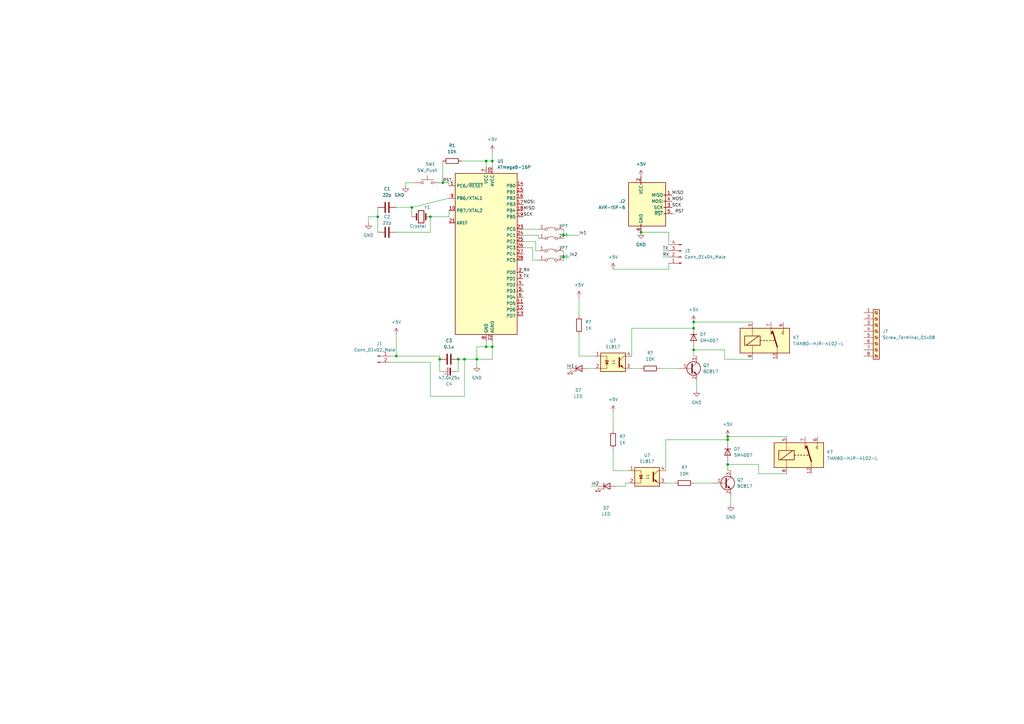
<source format=kicad_sch>
(kicad_sch (version 20211123) (generator eeschema)

  (uuid e9410718-e26d-4308-afc9-ca3e9859ac5f)

  (paper "A3")

  (title_block
    (title "Схема электрическая, принцпиальная. Универсальная городская платформа.")
    (date "2022-11-09")
    (company "Кванториум_63 Промробоквантум")
    (comment 1 "UGP_P4 2210 01")
    (comment 2 "Стрыгин И. Ю.")
  )

  (lib_symbols
    (symbol "Connector:AVR-ISP-6" (pin_names (offset 1.016)) (in_bom yes) (on_board yes)
      (property "Reference" "J" (id 0) (at -6.35 11.43 0)
        (effects (font (size 1.27 1.27)) (justify left))
      )
      (property "Value" "AVR-ISP-6" (id 1) (at 0 11.43 0)
        (effects (font (size 1.27 1.27)) (justify left))
      )
      (property "Footprint" "" (id 2) (at -6.35 1.27 90)
        (effects (font (size 1.27 1.27)) hide)
      )
      (property "Datasheet" " ~" (id 3) (at -32.385 -13.97 0)
        (effects (font (size 1.27 1.27)) hide)
      )
      (property "ki_keywords" "AVR ISP Connector" (id 4) (at 0 0 0)
        (effects (font (size 1.27 1.27)) hide)
      )
      (property "ki_description" "Atmel 6-pin ISP connector" (id 5) (at 0 0 0)
        (effects (font (size 1.27 1.27)) hide)
      )
      (property "ki_fp_filters" "IDC?Header*2x03* Pin?Header*2x03*" (id 6) (at 0 0 0)
        (effects (font (size 1.27 1.27)) hide)
      )
      (symbol "AVR-ISP-6_0_1"
        (rectangle (start -2.667 -6.858) (end -2.413 -7.62)
          (stroke (width 0) (type default) (color 0 0 0 0))
          (fill (type none))
        )
        (rectangle (start -2.667 10.16) (end -2.413 9.398)
          (stroke (width 0) (type default) (color 0 0 0 0))
          (fill (type none))
        )
        (rectangle (start 7.62 -2.413) (end 6.858 -2.667)
          (stroke (width 0) (type default) (color 0 0 0 0))
          (fill (type none))
        )
        (rectangle (start 7.62 0.127) (end 6.858 -0.127)
          (stroke (width 0) (type default) (color 0 0 0 0))
          (fill (type none))
        )
        (rectangle (start 7.62 2.667) (end 6.858 2.413)
          (stroke (width 0) (type default) (color 0 0 0 0))
          (fill (type none))
        )
        (rectangle (start 7.62 5.207) (end 6.858 4.953)
          (stroke (width 0) (type default) (color 0 0 0 0))
          (fill (type none))
        )
        (rectangle (start 7.62 10.16) (end -7.62 -7.62)
          (stroke (width 0.254) (type default) (color 0 0 0 0))
          (fill (type background))
        )
      )
      (symbol "AVR-ISP-6_1_1"
        (pin passive line (at 10.16 5.08 180) (length 2.54)
          (name "MISO" (effects (font (size 1.27 1.27))))
          (number "1" (effects (font (size 1.27 1.27))))
        )
        (pin passive line (at -2.54 12.7 270) (length 2.54)
          (name "VCC" (effects (font (size 1.27 1.27))))
          (number "2" (effects (font (size 1.27 1.27))))
        )
        (pin passive line (at 10.16 0 180) (length 2.54)
          (name "SCK" (effects (font (size 1.27 1.27))))
          (number "3" (effects (font (size 1.27 1.27))))
        )
        (pin passive line (at 10.16 2.54 180) (length 2.54)
          (name "MOSI" (effects (font (size 1.27 1.27))))
          (number "4" (effects (font (size 1.27 1.27))))
        )
        (pin passive line (at 10.16 -2.54 180) (length 2.54)
          (name "~{RST}" (effects (font (size 1.27 1.27))))
          (number "5" (effects (font (size 1.27 1.27))))
        )
        (pin passive line (at -2.54 -10.16 90) (length 2.54)
          (name "GND" (effects (font (size 1.27 1.27))))
          (number "6" (effects (font (size 1.27 1.27))))
        )
      )
    )
    (symbol "Connector:Conn_01x02_Male" (pin_names (offset 1.016) hide) (in_bom yes) (on_board yes)
      (property "Reference" "J" (id 0) (at 0 2.54 0)
        (effects (font (size 1.27 1.27)))
      )
      (property "Value" "Conn_01x02_Male" (id 1) (at 0 -5.08 0)
        (effects (font (size 1.27 1.27)))
      )
      (property "Footprint" "" (id 2) (at 0 0 0)
        (effects (font (size 1.27 1.27)) hide)
      )
      (property "Datasheet" "~" (id 3) (at 0 0 0)
        (effects (font (size 1.27 1.27)) hide)
      )
      (property "ki_keywords" "connector" (id 4) (at 0 0 0)
        (effects (font (size 1.27 1.27)) hide)
      )
      (property "ki_description" "Generic connector, single row, 01x02, script generated (kicad-library-utils/schlib/autogen/connector/)" (id 5) (at 0 0 0)
        (effects (font (size 1.27 1.27)) hide)
      )
      (property "ki_fp_filters" "Connector*:*_1x??_*" (id 6) (at 0 0 0)
        (effects (font (size 1.27 1.27)) hide)
      )
      (symbol "Conn_01x02_Male_1_1"
        (polyline
          (pts
            (xy 1.27 -2.54)
            (xy 0.8636 -2.54)
          )
          (stroke (width 0.1524) (type default) (color 0 0 0 0))
          (fill (type none))
        )
        (polyline
          (pts
            (xy 1.27 0)
            (xy 0.8636 0)
          )
          (stroke (width 0.1524) (type default) (color 0 0 0 0))
          (fill (type none))
        )
        (rectangle (start 0.8636 -2.413) (end 0 -2.667)
          (stroke (width 0.1524) (type default) (color 0 0 0 0))
          (fill (type outline))
        )
        (rectangle (start 0.8636 0.127) (end 0 -0.127)
          (stroke (width 0.1524) (type default) (color 0 0 0 0))
          (fill (type outline))
        )
        (pin passive line (at 5.08 0 180) (length 3.81)
          (name "Pin_1" (effects (font (size 1.27 1.27))))
          (number "1" (effects (font (size 1.27 1.27))))
        )
        (pin passive line (at 5.08 -2.54 180) (length 3.81)
          (name "Pin_2" (effects (font (size 1.27 1.27))))
          (number "2" (effects (font (size 1.27 1.27))))
        )
      )
    )
    (symbol "Connector:Conn_01x04_Male" (pin_names (offset 1.016) hide) (in_bom yes) (on_board yes)
      (property "Reference" "J" (id 0) (at 0 5.08 0)
        (effects (font (size 1.27 1.27)))
      )
      (property "Value" "Conn_01x04_Male" (id 1) (at 0 -7.62 0)
        (effects (font (size 1.27 1.27)))
      )
      (property "Footprint" "" (id 2) (at 0 0 0)
        (effects (font (size 1.27 1.27)) hide)
      )
      (property "Datasheet" "~" (id 3) (at 0 0 0)
        (effects (font (size 1.27 1.27)) hide)
      )
      (property "ki_keywords" "connector" (id 4) (at 0 0 0)
        (effects (font (size 1.27 1.27)) hide)
      )
      (property "ki_description" "Generic connector, single row, 01x04, script generated (kicad-library-utils/schlib/autogen/connector/)" (id 5) (at 0 0 0)
        (effects (font (size 1.27 1.27)) hide)
      )
      (property "ki_fp_filters" "Connector*:*_1x??_*" (id 6) (at 0 0 0)
        (effects (font (size 1.27 1.27)) hide)
      )
      (symbol "Conn_01x04_Male_1_1"
        (polyline
          (pts
            (xy 1.27 -5.08)
            (xy 0.8636 -5.08)
          )
          (stroke (width 0.1524) (type default) (color 0 0 0 0))
          (fill (type none))
        )
        (polyline
          (pts
            (xy 1.27 -2.54)
            (xy 0.8636 -2.54)
          )
          (stroke (width 0.1524) (type default) (color 0 0 0 0))
          (fill (type none))
        )
        (polyline
          (pts
            (xy 1.27 0)
            (xy 0.8636 0)
          )
          (stroke (width 0.1524) (type default) (color 0 0 0 0))
          (fill (type none))
        )
        (polyline
          (pts
            (xy 1.27 2.54)
            (xy 0.8636 2.54)
          )
          (stroke (width 0.1524) (type default) (color 0 0 0 0))
          (fill (type none))
        )
        (rectangle (start 0.8636 -4.953) (end 0 -5.207)
          (stroke (width 0.1524) (type default) (color 0 0 0 0))
          (fill (type outline))
        )
        (rectangle (start 0.8636 -2.413) (end 0 -2.667)
          (stroke (width 0.1524) (type default) (color 0 0 0 0))
          (fill (type outline))
        )
        (rectangle (start 0.8636 0.127) (end 0 -0.127)
          (stroke (width 0.1524) (type default) (color 0 0 0 0))
          (fill (type outline))
        )
        (rectangle (start 0.8636 2.667) (end 0 2.413)
          (stroke (width 0.1524) (type default) (color 0 0 0 0))
          (fill (type outline))
        )
        (pin passive line (at 5.08 2.54 180) (length 3.81)
          (name "Pin_1" (effects (font (size 1.27 1.27))))
          (number "1" (effects (font (size 1.27 1.27))))
        )
        (pin passive line (at 5.08 0 180) (length 3.81)
          (name "Pin_2" (effects (font (size 1.27 1.27))))
          (number "2" (effects (font (size 1.27 1.27))))
        )
        (pin passive line (at 5.08 -2.54 180) (length 3.81)
          (name "Pin_3" (effects (font (size 1.27 1.27))))
          (number "3" (effects (font (size 1.27 1.27))))
        )
        (pin passive line (at 5.08 -5.08 180) (length 3.81)
          (name "Pin_4" (effects (font (size 1.27 1.27))))
          (number "4" (effects (font (size 1.27 1.27))))
        )
      )
    )
    (symbol "Connector:Screw_Terminal_01x08" (pin_names (offset 1.016) hide) (in_bom yes) (on_board yes)
      (property "Reference" "J" (id 0) (at 0 10.16 0)
        (effects (font (size 1.27 1.27)))
      )
      (property "Value" "Screw_Terminal_01x08" (id 1) (at 0 -12.7 0)
        (effects (font (size 1.27 1.27)))
      )
      (property "Footprint" "" (id 2) (at 0 0 0)
        (effects (font (size 1.27 1.27)) hide)
      )
      (property "Datasheet" "~" (id 3) (at 0 0 0)
        (effects (font (size 1.27 1.27)) hide)
      )
      (property "ki_keywords" "screw terminal" (id 4) (at 0 0 0)
        (effects (font (size 1.27 1.27)) hide)
      )
      (property "ki_description" "Generic screw terminal, single row, 01x08, script generated (kicad-library-utils/schlib/autogen/connector/)" (id 5) (at 0 0 0)
        (effects (font (size 1.27 1.27)) hide)
      )
      (property "ki_fp_filters" "TerminalBlock*:*" (id 6) (at 0 0 0)
        (effects (font (size 1.27 1.27)) hide)
      )
      (symbol "Screw_Terminal_01x08_1_1"
        (rectangle (start -1.27 8.89) (end 1.27 -11.43)
          (stroke (width 0.254) (type default) (color 0 0 0 0))
          (fill (type background))
        )
        (circle (center 0 -10.16) (radius 0.635)
          (stroke (width 0.1524) (type default) (color 0 0 0 0))
          (fill (type none))
        )
        (circle (center 0 -7.62) (radius 0.635)
          (stroke (width 0.1524) (type default) (color 0 0 0 0))
          (fill (type none))
        )
        (circle (center 0 -5.08) (radius 0.635)
          (stroke (width 0.1524) (type default) (color 0 0 0 0))
          (fill (type none))
        )
        (circle (center 0 -2.54) (radius 0.635)
          (stroke (width 0.1524) (type default) (color 0 0 0 0))
          (fill (type none))
        )
        (polyline
          (pts
            (xy -0.5334 -9.8298)
            (xy 0.3302 -10.668)
          )
          (stroke (width 0.1524) (type default) (color 0 0 0 0))
          (fill (type none))
        )
        (polyline
          (pts
            (xy -0.5334 -7.2898)
            (xy 0.3302 -8.128)
          )
          (stroke (width 0.1524) (type default) (color 0 0 0 0))
          (fill (type none))
        )
        (polyline
          (pts
            (xy -0.5334 -4.7498)
            (xy 0.3302 -5.588)
          )
          (stroke (width 0.1524) (type default) (color 0 0 0 0))
          (fill (type none))
        )
        (polyline
          (pts
            (xy -0.5334 -2.2098)
            (xy 0.3302 -3.048)
          )
          (stroke (width 0.1524) (type default) (color 0 0 0 0))
          (fill (type none))
        )
        (polyline
          (pts
            (xy -0.5334 0.3302)
            (xy 0.3302 -0.508)
          )
          (stroke (width 0.1524) (type default) (color 0 0 0 0))
          (fill (type none))
        )
        (polyline
          (pts
            (xy -0.5334 2.8702)
            (xy 0.3302 2.032)
          )
          (stroke (width 0.1524) (type default) (color 0 0 0 0))
          (fill (type none))
        )
        (polyline
          (pts
            (xy -0.5334 5.4102)
            (xy 0.3302 4.572)
          )
          (stroke (width 0.1524) (type default) (color 0 0 0 0))
          (fill (type none))
        )
        (polyline
          (pts
            (xy -0.5334 7.9502)
            (xy 0.3302 7.112)
          )
          (stroke (width 0.1524) (type default) (color 0 0 0 0))
          (fill (type none))
        )
        (polyline
          (pts
            (xy -0.3556 -9.652)
            (xy 0.508 -10.4902)
          )
          (stroke (width 0.1524) (type default) (color 0 0 0 0))
          (fill (type none))
        )
        (polyline
          (pts
            (xy -0.3556 -7.112)
            (xy 0.508 -7.9502)
          )
          (stroke (width 0.1524) (type default) (color 0 0 0 0))
          (fill (type none))
        )
        (polyline
          (pts
            (xy -0.3556 -4.572)
            (xy 0.508 -5.4102)
          )
          (stroke (width 0.1524) (type default) (color 0 0 0 0))
          (fill (type none))
        )
        (polyline
          (pts
            (xy -0.3556 -2.032)
            (xy 0.508 -2.8702)
          )
          (stroke (width 0.1524) (type default) (color 0 0 0 0))
          (fill (type none))
        )
        (polyline
          (pts
            (xy -0.3556 0.508)
            (xy 0.508 -0.3302)
          )
          (stroke (width 0.1524) (type default) (color 0 0 0 0))
          (fill (type none))
        )
        (polyline
          (pts
            (xy -0.3556 3.048)
            (xy 0.508 2.2098)
          )
          (stroke (width 0.1524) (type default) (color 0 0 0 0))
          (fill (type none))
        )
        (polyline
          (pts
            (xy -0.3556 5.588)
            (xy 0.508 4.7498)
          )
          (stroke (width 0.1524) (type default) (color 0 0 0 0))
          (fill (type none))
        )
        (polyline
          (pts
            (xy -0.3556 8.128)
            (xy 0.508 7.2898)
          )
          (stroke (width 0.1524) (type default) (color 0 0 0 0))
          (fill (type none))
        )
        (circle (center 0 0) (radius 0.635)
          (stroke (width 0.1524) (type default) (color 0 0 0 0))
          (fill (type none))
        )
        (circle (center 0 2.54) (radius 0.635)
          (stroke (width 0.1524) (type default) (color 0 0 0 0))
          (fill (type none))
        )
        (circle (center 0 5.08) (radius 0.635)
          (stroke (width 0.1524) (type default) (color 0 0 0 0))
          (fill (type none))
        )
        (circle (center 0 7.62) (radius 0.635)
          (stroke (width 0.1524) (type default) (color 0 0 0 0))
          (fill (type none))
        )
        (pin passive line (at -5.08 7.62 0) (length 3.81)
          (name "Pin_1" (effects (font (size 1.27 1.27))))
          (number "1" (effects (font (size 1.27 1.27))))
        )
        (pin passive line (at -5.08 5.08 0) (length 3.81)
          (name "Pin_2" (effects (font (size 1.27 1.27))))
          (number "2" (effects (font (size 1.27 1.27))))
        )
        (pin passive line (at -5.08 2.54 0) (length 3.81)
          (name "Pin_3" (effects (font (size 1.27 1.27))))
          (number "3" (effects (font (size 1.27 1.27))))
        )
        (pin passive line (at -5.08 0 0) (length 3.81)
          (name "Pin_4" (effects (font (size 1.27 1.27))))
          (number "4" (effects (font (size 1.27 1.27))))
        )
        (pin passive line (at -5.08 -2.54 0) (length 3.81)
          (name "Pin_5" (effects (font (size 1.27 1.27))))
          (number "5" (effects (font (size 1.27 1.27))))
        )
        (pin passive line (at -5.08 -5.08 0) (length 3.81)
          (name "Pin_6" (effects (font (size 1.27 1.27))))
          (number "6" (effects (font (size 1.27 1.27))))
        )
        (pin passive line (at -5.08 -7.62 0) (length 3.81)
          (name "Pin_7" (effects (font (size 1.27 1.27))))
          (number "7" (effects (font (size 1.27 1.27))))
        )
        (pin passive line (at -5.08 -10.16 0) (length 3.81)
          (name "Pin_8" (effects (font (size 1.27 1.27))))
          (number "8" (effects (font (size 1.27 1.27))))
        )
      )
    )
    (symbol "Device:C" (pin_numbers hide) (pin_names (offset 0.254)) (in_bom yes) (on_board yes)
      (property "Reference" "C" (id 0) (at 0.635 2.54 0)
        (effects (font (size 1.27 1.27)) (justify left))
      )
      (property "Value" "C" (id 1) (at 0.635 -2.54 0)
        (effects (font (size 1.27 1.27)) (justify left))
      )
      (property "Footprint" "" (id 2) (at 0.9652 -3.81 0)
        (effects (font (size 1.27 1.27)) hide)
      )
      (property "Datasheet" "~" (id 3) (at 0 0 0)
        (effects (font (size 1.27 1.27)) hide)
      )
      (property "ki_keywords" "cap capacitor" (id 4) (at 0 0 0)
        (effects (font (size 1.27 1.27)) hide)
      )
      (property "ki_description" "Unpolarized capacitor" (id 5) (at 0 0 0)
        (effects (font (size 1.27 1.27)) hide)
      )
      (property "ki_fp_filters" "C_*" (id 6) (at 0 0 0)
        (effects (font (size 1.27 1.27)) hide)
      )
      (symbol "C_0_1"
        (polyline
          (pts
            (xy -2.032 -0.762)
            (xy 2.032 -0.762)
          )
          (stroke (width 0.508) (type default) (color 0 0 0 0))
          (fill (type none))
        )
        (polyline
          (pts
            (xy -2.032 0.762)
            (xy 2.032 0.762)
          )
          (stroke (width 0.508) (type default) (color 0 0 0 0))
          (fill (type none))
        )
      )
      (symbol "C_1_1"
        (pin passive line (at 0 3.81 270) (length 2.794)
          (name "~" (effects (font (size 1.27 1.27))))
          (number "1" (effects (font (size 1.27 1.27))))
        )
        (pin passive line (at 0 -3.81 90) (length 2.794)
          (name "~" (effects (font (size 1.27 1.27))))
          (number "2" (effects (font (size 1.27 1.27))))
        )
      )
    )
    (symbol "Device:C_Polarized_Small" (pin_numbers hide) (pin_names (offset 0.254) hide) (in_bom yes) (on_board yes)
      (property "Reference" "C" (id 0) (at 0.254 1.778 0)
        (effects (font (size 1.27 1.27)) (justify left))
      )
      (property "Value" "C_Polarized_Small" (id 1) (at 0.254 -2.032 0)
        (effects (font (size 1.27 1.27)) (justify left))
      )
      (property "Footprint" "" (id 2) (at 0 0 0)
        (effects (font (size 1.27 1.27)) hide)
      )
      (property "Datasheet" "~" (id 3) (at 0 0 0)
        (effects (font (size 1.27 1.27)) hide)
      )
      (property "ki_keywords" "cap capacitor" (id 4) (at 0 0 0)
        (effects (font (size 1.27 1.27)) hide)
      )
      (property "ki_description" "Polarized capacitor, small symbol" (id 5) (at 0 0 0)
        (effects (font (size 1.27 1.27)) hide)
      )
      (property "ki_fp_filters" "CP_*" (id 6) (at 0 0 0)
        (effects (font (size 1.27 1.27)) hide)
      )
      (symbol "C_Polarized_Small_0_1"
        (rectangle (start -1.524 -0.3048) (end 1.524 -0.6858)
          (stroke (width 0) (type default) (color 0 0 0 0))
          (fill (type outline))
        )
        (rectangle (start -1.524 0.6858) (end 1.524 0.3048)
          (stroke (width 0) (type default) (color 0 0 0 0))
          (fill (type none))
        )
        (polyline
          (pts
            (xy -1.27 1.524)
            (xy -0.762 1.524)
          )
          (stroke (width 0) (type default) (color 0 0 0 0))
          (fill (type none))
        )
        (polyline
          (pts
            (xy -1.016 1.27)
            (xy -1.016 1.778)
          )
          (stroke (width 0) (type default) (color 0 0 0 0))
          (fill (type none))
        )
      )
      (symbol "C_Polarized_Small_1_1"
        (pin passive line (at 0 2.54 270) (length 1.8542)
          (name "~" (effects (font (size 1.27 1.27))))
          (number "1" (effects (font (size 1.27 1.27))))
        )
        (pin passive line (at 0 -2.54 90) (length 1.8542)
          (name "~" (effects (font (size 1.27 1.27))))
          (number "2" (effects (font (size 1.27 1.27))))
        )
      )
    )
    (symbol "Device:Crystal" (pin_numbers hide) (pin_names (offset 1.016) hide) (in_bom yes) (on_board yes)
      (property "Reference" "Y" (id 0) (at 0 3.81 0)
        (effects (font (size 1.27 1.27)))
      )
      (property "Value" "Crystal" (id 1) (at 0 -3.81 0)
        (effects (font (size 1.27 1.27)))
      )
      (property "Footprint" "" (id 2) (at 0 0 0)
        (effects (font (size 1.27 1.27)) hide)
      )
      (property "Datasheet" "~" (id 3) (at 0 0 0)
        (effects (font (size 1.27 1.27)) hide)
      )
      (property "ki_keywords" "quartz ceramic resonator oscillator" (id 4) (at 0 0 0)
        (effects (font (size 1.27 1.27)) hide)
      )
      (property "ki_description" "Two pin crystal" (id 5) (at 0 0 0)
        (effects (font (size 1.27 1.27)) hide)
      )
      (property "ki_fp_filters" "Crystal*" (id 6) (at 0 0 0)
        (effects (font (size 1.27 1.27)) hide)
      )
      (symbol "Crystal_0_1"
        (rectangle (start -1.143 2.54) (end 1.143 -2.54)
          (stroke (width 0.3048) (type default) (color 0 0 0 0))
          (fill (type none))
        )
        (polyline
          (pts
            (xy -2.54 0)
            (xy -1.905 0)
          )
          (stroke (width 0) (type default) (color 0 0 0 0))
          (fill (type none))
        )
        (polyline
          (pts
            (xy -1.905 -1.27)
            (xy -1.905 1.27)
          )
          (stroke (width 0.508) (type default) (color 0 0 0 0))
          (fill (type none))
        )
        (polyline
          (pts
            (xy 1.905 -1.27)
            (xy 1.905 1.27)
          )
          (stroke (width 0.508) (type default) (color 0 0 0 0))
          (fill (type none))
        )
        (polyline
          (pts
            (xy 2.54 0)
            (xy 1.905 0)
          )
          (stroke (width 0) (type default) (color 0 0 0 0))
          (fill (type none))
        )
      )
      (symbol "Crystal_1_1"
        (pin passive line (at -3.81 0 0) (length 1.27)
          (name "1" (effects (font (size 1.27 1.27))))
          (number "1" (effects (font (size 1.27 1.27))))
        )
        (pin passive line (at 3.81 0 180) (length 1.27)
          (name "2" (effects (font (size 1.27 1.27))))
          (number "2" (effects (font (size 1.27 1.27))))
        )
      )
    )
    (symbol "Device:LED" (pin_numbers hide) (pin_names (offset 1.016) hide) (in_bom yes) (on_board yes)
      (property "Reference" "D" (id 0) (at 0 2.54 0)
        (effects (font (size 1.27 1.27)))
      )
      (property "Value" "LED" (id 1) (at 0 -2.54 0)
        (effects (font (size 1.27 1.27)))
      )
      (property "Footprint" "" (id 2) (at 0 0 0)
        (effects (font (size 1.27 1.27)) hide)
      )
      (property "Datasheet" "~" (id 3) (at 0 0 0)
        (effects (font (size 1.27 1.27)) hide)
      )
      (property "ki_keywords" "LED diode" (id 4) (at 0 0 0)
        (effects (font (size 1.27 1.27)) hide)
      )
      (property "ki_description" "Light emitting diode" (id 5) (at 0 0 0)
        (effects (font (size 1.27 1.27)) hide)
      )
      (property "ki_fp_filters" "LED* LED_SMD:* LED_THT:*" (id 6) (at 0 0 0)
        (effects (font (size 1.27 1.27)) hide)
      )
      (symbol "LED_0_1"
        (polyline
          (pts
            (xy -1.27 -1.27)
            (xy -1.27 1.27)
          )
          (stroke (width 0.254) (type default) (color 0 0 0 0))
          (fill (type none))
        )
        (polyline
          (pts
            (xy -1.27 0)
            (xy 1.27 0)
          )
          (stroke (width 0) (type default) (color 0 0 0 0))
          (fill (type none))
        )
        (polyline
          (pts
            (xy 1.27 -1.27)
            (xy 1.27 1.27)
            (xy -1.27 0)
            (xy 1.27 -1.27)
          )
          (stroke (width 0.254) (type default) (color 0 0 0 0))
          (fill (type none))
        )
        (polyline
          (pts
            (xy -3.048 -0.762)
            (xy -4.572 -2.286)
            (xy -3.81 -2.286)
            (xy -4.572 -2.286)
            (xy -4.572 -1.524)
          )
          (stroke (width 0) (type default) (color 0 0 0 0))
          (fill (type none))
        )
        (polyline
          (pts
            (xy -1.778 -0.762)
            (xy -3.302 -2.286)
            (xy -2.54 -2.286)
            (xy -3.302 -2.286)
            (xy -3.302 -1.524)
          )
          (stroke (width 0) (type default) (color 0 0 0 0))
          (fill (type none))
        )
      )
      (symbol "LED_1_1"
        (pin passive line (at -3.81 0 0) (length 2.54)
          (name "K" (effects (font (size 1.27 1.27))))
          (number "1" (effects (font (size 1.27 1.27))))
        )
        (pin passive line (at 3.81 0 180) (length 2.54)
          (name "A" (effects (font (size 1.27 1.27))))
          (number "2" (effects (font (size 1.27 1.27))))
        )
      )
    )
    (symbol "Device:R" (pin_numbers hide) (pin_names (offset 0)) (in_bom yes) (on_board yes)
      (property "Reference" "R" (id 0) (at 2.032 0 90)
        (effects (font (size 1.27 1.27)))
      )
      (property "Value" "R" (id 1) (at 0 0 90)
        (effects (font (size 1.27 1.27)))
      )
      (property "Footprint" "" (id 2) (at -1.778 0 90)
        (effects (font (size 1.27 1.27)) hide)
      )
      (property "Datasheet" "~" (id 3) (at 0 0 0)
        (effects (font (size 1.27 1.27)) hide)
      )
      (property "ki_keywords" "R res resistor" (id 4) (at 0 0 0)
        (effects (font (size 1.27 1.27)) hide)
      )
      (property "ki_description" "Resistor" (id 5) (at 0 0 0)
        (effects (font (size 1.27 1.27)) hide)
      )
      (property "ki_fp_filters" "R_*" (id 6) (at 0 0 0)
        (effects (font (size 1.27 1.27)) hide)
      )
      (symbol "R_0_1"
        (rectangle (start -1.016 -2.54) (end 1.016 2.54)
          (stroke (width 0.254) (type default) (color 0 0 0 0))
          (fill (type none))
        )
      )
      (symbol "R_1_1"
        (pin passive line (at 0 3.81 270) (length 1.27)
          (name "~" (effects (font (size 1.27 1.27))))
          (number "1" (effects (font (size 1.27 1.27))))
        )
        (pin passive line (at 0 -3.81 90) (length 1.27)
          (name "~" (effects (font (size 1.27 1.27))))
          (number "2" (effects (font (size 1.27 1.27))))
        )
      )
    )
    (symbol "Diode:SM4007" (pin_numbers hide) (pin_names (offset 1.016) hide) (in_bom yes) (on_board yes)
      (property "Reference" "D" (id 0) (at 0 2.54 0)
        (effects (font (size 1.27 1.27)))
      )
      (property "Value" "SM4007" (id 1) (at 0 -2.54 0)
        (effects (font (size 1.27 1.27)))
      )
      (property "Footprint" "Diode_SMD:D_MELF" (id 2) (at 0 -4.445 0)
        (effects (font (size 1.27 1.27)) hide)
      )
      (property "Datasheet" "http://cdn-reichelt.de/documents/datenblatt/A400/SMD1N400%23DIO.pdf" (id 3) (at 0 0 0)
        (effects (font (size 1.27 1.27)) hide)
      )
      (property "ki_keywords" "diode" (id 4) (at 0 0 0)
        (effects (font (size 1.27 1.27)) hide)
      )
      (property "ki_description" "1000V 1A General Purpose Rectifier Diode, MELF" (id 5) (at 0 0 0)
        (effects (font (size 1.27 1.27)) hide)
      )
      (property "ki_fp_filters" "D*MELF*" (id 6) (at 0 0 0)
        (effects (font (size 1.27 1.27)) hide)
      )
      (symbol "SM4007_0_1"
        (polyline
          (pts
            (xy -1.27 1.27)
            (xy -1.27 -1.27)
          )
          (stroke (width 0.254) (type default) (color 0 0 0 0))
          (fill (type none))
        )
        (polyline
          (pts
            (xy 1.27 0)
            (xy -1.27 0)
          )
          (stroke (width 0) (type default) (color 0 0 0 0))
          (fill (type none))
        )
        (polyline
          (pts
            (xy 1.27 1.27)
            (xy 1.27 -1.27)
            (xy -1.27 0)
            (xy 1.27 1.27)
          )
          (stroke (width 0.254) (type default) (color 0 0 0 0))
          (fill (type none))
        )
      )
      (symbol "SM4007_1_1"
        (pin passive line (at -3.81 0 0) (length 2.54)
          (name "K" (effects (font (size 1.27 1.27))))
          (number "1" (effects (font (size 1.27 1.27))))
        )
        (pin passive line (at 3.81 0 180) (length 2.54)
          (name "A" (effects (font (size 1.27 1.27))))
          (number "2" (effects (font (size 1.27 1.27))))
        )
      )
    )
    (symbol "Isolator:EL817" (pin_names (offset 1.016)) (in_bom yes) (on_board yes)
      (property "Reference" "U" (id 0) (at -5.08 5.08 0)
        (effects (font (size 1.27 1.27)) (justify left))
      )
      (property "Value" "EL817" (id 1) (at 0 5.08 0)
        (effects (font (size 1.27 1.27)) (justify left))
      )
      (property "Footprint" "Package_DIP:DIP-4_W7.62mm" (id 2) (at -5.08 -5.08 0)
        (effects (font (size 1.27 1.27) italic) (justify left) hide)
      )
      (property "Datasheet" "http://www.everlight.com/file/ProductFile/EL817.pdf" (id 3) (at 0 0 0)
        (effects (font (size 1.27 1.27)) (justify left) hide)
      )
      (property "ki_keywords" "NPN DC Optocoupler" (id 4) (at 0 0 0)
        (effects (font (size 1.27 1.27)) hide)
      )
      (property "ki_description" "DC Optocoupler, Vce 35V, DIP-4" (id 5) (at 0 0 0)
        (effects (font (size 1.27 1.27)) hide)
      )
      (property "ki_fp_filters" "DIP*W7.62mm*" (id 6) (at 0 0 0)
        (effects (font (size 1.27 1.27)) hide)
      )
      (symbol "EL817_0_1"
        (rectangle (start -5.08 3.81) (end 5.08 -3.81)
          (stroke (width 0.254) (type default) (color 0 0 0 0))
          (fill (type background))
        )
        (polyline
          (pts
            (xy -3.175 -0.635)
            (xy -1.905 -0.635)
          )
          (stroke (width 0.254) (type default) (color 0 0 0 0))
          (fill (type none))
        )
        (polyline
          (pts
            (xy 2.54 0.635)
            (xy 4.445 2.54)
          )
          (stroke (width 0) (type default) (color 0 0 0 0))
          (fill (type none))
        )
        (polyline
          (pts
            (xy 4.445 -2.54)
            (xy 2.54 -0.635)
          )
          (stroke (width 0) (type default) (color 0 0 0 0))
          (fill (type outline))
        )
        (polyline
          (pts
            (xy 4.445 -2.54)
            (xy 5.08 -2.54)
          )
          (stroke (width 0) (type default) (color 0 0 0 0))
          (fill (type none))
        )
        (polyline
          (pts
            (xy 4.445 2.54)
            (xy 5.08 2.54)
          )
          (stroke (width 0) (type default) (color 0 0 0 0))
          (fill (type none))
        )
        (polyline
          (pts
            (xy -5.08 2.54)
            (xy -2.54 2.54)
            (xy -2.54 -0.635)
          )
          (stroke (width 0) (type default) (color 0 0 0 0))
          (fill (type none))
        )
        (polyline
          (pts
            (xy -2.54 -0.635)
            (xy -2.54 -2.54)
            (xy -5.08 -2.54)
          )
          (stroke (width 0) (type default) (color 0 0 0 0))
          (fill (type none))
        )
        (polyline
          (pts
            (xy 2.54 1.905)
            (xy 2.54 -1.905)
            (xy 2.54 -1.905)
          )
          (stroke (width 0.508) (type default) (color 0 0 0 0))
          (fill (type none))
        )
        (polyline
          (pts
            (xy -2.54 -0.635)
            (xy -3.175 0.635)
            (xy -1.905 0.635)
            (xy -2.54 -0.635)
          )
          (stroke (width 0.254) (type default) (color 0 0 0 0))
          (fill (type none))
        )
        (polyline
          (pts
            (xy -0.508 -0.508)
            (xy 0.762 -0.508)
            (xy 0.381 -0.635)
            (xy 0.381 -0.381)
            (xy 0.762 -0.508)
          )
          (stroke (width 0) (type default) (color 0 0 0 0))
          (fill (type none))
        )
        (polyline
          (pts
            (xy -0.508 0.508)
            (xy 0.762 0.508)
            (xy 0.381 0.381)
            (xy 0.381 0.635)
            (xy 0.762 0.508)
          )
          (stroke (width 0) (type default) (color 0 0 0 0))
          (fill (type none))
        )
        (polyline
          (pts
            (xy 3.048 -1.651)
            (xy 3.556 -1.143)
            (xy 4.064 -2.159)
            (xy 3.048 -1.651)
            (xy 3.048 -1.651)
          )
          (stroke (width 0) (type default) (color 0 0 0 0))
          (fill (type outline))
        )
      )
      (symbol "EL817_1_1"
        (pin passive line (at -7.62 2.54 0) (length 2.54)
          (name "~" (effects (font (size 1.27 1.27))))
          (number "1" (effects (font (size 1.27 1.27))))
        )
        (pin passive line (at -7.62 -2.54 0) (length 2.54)
          (name "~" (effects (font (size 1.27 1.27))))
          (number "2" (effects (font (size 1.27 1.27))))
        )
        (pin passive line (at 7.62 -2.54 180) (length 2.54)
          (name "~" (effects (font (size 1.27 1.27))))
          (number "3" (effects (font (size 1.27 1.27))))
        )
        (pin passive line (at 7.62 2.54 180) (length 2.54)
          (name "~" (effects (font (size 1.27 1.27))))
          (number "4" (effects (font (size 1.27 1.27))))
        )
      )
    )
    (symbol "Jumper:Jumper_2_Bridged" (pin_names (offset 0) hide) (in_bom yes) (on_board yes)
      (property "Reference" "JP" (id 0) (at 0 1.905 0)
        (effects (font (size 1.27 1.27)))
      )
      (property "Value" "Jumper_2_Bridged" (id 1) (at 0 -2.54 0)
        (effects (font (size 1.27 1.27)))
      )
      (property "Footprint" "" (id 2) (at 0 0 0)
        (effects (font (size 1.27 1.27)) hide)
      )
      (property "Datasheet" "~" (id 3) (at 0 0 0)
        (effects (font (size 1.27 1.27)) hide)
      )
      (property "ki_keywords" "Jumper SPST" (id 4) (at 0 0 0)
        (effects (font (size 1.27 1.27)) hide)
      )
      (property "ki_description" "Jumper, 2-pole, closed/bridged" (id 5) (at 0 0 0)
        (effects (font (size 1.27 1.27)) hide)
      )
      (property "ki_fp_filters" "Jumper* TestPoint*2Pads* TestPoint*Bridge*" (id 6) (at 0 0 0)
        (effects (font (size 1.27 1.27)) hide)
      )
      (symbol "Jumper_2_Bridged_0_0"
        (circle (center -2.032 0) (radius 0.508)
          (stroke (width 0) (type default) (color 0 0 0 0))
          (fill (type none))
        )
        (circle (center 2.032 0) (radius 0.508)
          (stroke (width 0) (type default) (color 0 0 0 0))
          (fill (type none))
        )
      )
      (symbol "Jumper_2_Bridged_0_1"
        (arc (start 1.524 0.254) (mid 0 0.762) (end -1.524 0.254)
          (stroke (width 0) (type default) (color 0 0 0 0))
          (fill (type none))
        )
      )
      (symbol "Jumper_2_Bridged_1_1"
        (pin passive line (at -5.08 0 0) (length 2.54)
          (name "A" (effects (font (size 1.27 1.27))))
          (number "1" (effects (font (size 1.27 1.27))))
        )
        (pin passive line (at 5.08 0 180) (length 2.54)
          (name "B" (effects (font (size 1.27 1.27))))
          (number "2" (effects (font (size 1.27 1.27))))
        )
      )
    )
    (symbol "MCU_Microchip_ATmega:ATmega8-16P" (in_bom yes) (on_board yes)
      (property "Reference" "U" (id 0) (at -12.7 34.29 0)
        (effects (font (size 1.27 1.27)) (justify left bottom))
      )
      (property "Value" "ATmega8-16P" (id 1) (at 5.08 -34.29 0)
        (effects (font (size 1.27 1.27)) (justify left top))
      )
      (property "Footprint" "Package_DIP:DIP-28_W7.62mm" (id 2) (at 0 0 0)
        (effects (font (size 1.27 1.27) italic) hide)
      )
      (property "Datasheet" "http://ww1.microchip.com/downloads/en/DeviceDoc/atmel-2486-8-bit-avr-microcontroller-atmega8_l_datasheet.pdf" (id 3) (at 0 0 0)
        (effects (font (size 1.27 1.27)) hide)
      )
      (property "ki_keywords" "AVR 8bit Microcontroller MegaAVR" (id 4) (at 0 0 0)
        (effects (font (size 1.27 1.27)) hide)
      )
      (property "ki_description" "16MHz, 8kB Flash, 1kB SRAM, 512B EEPROM, DIP-28" (id 5) (at 0 0 0)
        (effects (font (size 1.27 1.27)) hide)
      )
      (property "ki_fp_filters" "DIP*W7.62mm*" (id 6) (at 0 0 0)
        (effects (font (size 1.27 1.27)) hide)
      )
      (symbol "ATmega8-16P_0_1"
        (rectangle (start -12.7 -33.02) (end 12.7 33.02)
          (stroke (width 0.254) (type default) (color 0 0 0 0))
          (fill (type background))
        )
      )
      (symbol "ATmega8-16P_1_1"
        (pin bidirectional line (at -15.24 27.94 0) (length 2.54)
          (name "PC6/~{RESET}" (effects (font (size 1.27 1.27))))
          (number "1" (effects (font (size 1.27 1.27))))
        )
        (pin bidirectional line (at -15.24 17.78 0) (length 2.54)
          (name "PB7/XTAL2" (effects (font (size 1.27 1.27))))
          (number "10" (effects (font (size 1.27 1.27))))
        )
        (pin bidirectional line (at 15.24 -20.32 180) (length 2.54)
          (name "PD5" (effects (font (size 1.27 1.27))))
          (number "11" (effects (font (size 1.27 1.27))))
        )
        (pin bidirectional line (at 15.24 -22.86 180) (length 2.54)
          (name "PD6" (effects (font (size 1.27 1.27))))
          (number "12" (effects (font (size 1.27 1.27))))
        )
        (pin bidirectional line (at 15.24 -25.4 180) (length 2.54)
          (name "PD7" (effects (font (size 1.27 1.27))))
          (number "13" (effects (font (size 1.27 1.27))))
        )
        (pin bidirectional line (at 15.24 27.94 180) (length 2.54)
          (name "PB0" (effects (font (size 1.27 1.27))))
          (number "14" (effects (font (size 1.27 1.27))))
        )
        (pin bidirectional line (at 15.24 25.4 180) (length 2.54)
          (name "PB1" (effects (font (size 1.27 1.27))))
          (number "15" (effects (font (size 1.27 1.27))))
        )
        (pin bidirectional line (at 15.24 22.86 180) (length 2.54)
          (name "PB2" (effects (font (size 1.27 1.27))))
          (number "16" (effects (font (size 1.27 1.27))))
        )
        (pin bidirectional line (at 15.24 20.32 180) (length 2.54)
          (name "PB3" (effects (font (size 1.27 1.27))))
          (number "17" (effects (font (size 1.27 1.27))))
        )
        (pin bidirectional line (at 15.24 17.78 180) (length 2.54)
          (name "PB4" (effects (font (size 1.27 1.27))))
          (number "18" (effects (font (size 1.27 1.27))))
        )
        (pin bidirectional line (at 15.24 15.24 180) (length 2.54)
          (name "PB5" (effects (font (size 1.27 1.27))))
          (number "19" (effects (font (size 1.27 1.27))))
        )
        (pin bidirectional line (at 15.24 -7.62 180) (length 2.54)
          (name "PD0" (effects (font (size 1.27 1.27))))
          (number "2" (effects (font (size 1.27 1.27))))
        )
        (pin power_in line (at 2.54 35.56 270) (length 2.54)
          (name "AVCC" (effects (font (size 1.27 1.27))))
          (number "20" (effects (font (size 1.27 1.27))))
        )
        (pin passive line (at -15.24 12.7 0) (length 2.54)
          (name "AREF" (effects (font (size 1.27 1.27))))
          (number "21" (effects (font (size 1.27 1.27))))
        )
        (pin power_in line (at 2.54 -35.56 90) (length 2.54)
          (name "AGND" (effects (font (size 1.27 1.27))))
          (number "22" (effects (font (size 1.27 1.27))))
        )
        (pin bidirectional line (at 15.24 10.16 180) (length 2.54)
          (name "PC0" (effects (font (size 1.27 1.27))))
          (number "23" (effects (font (size 1.27 1.27))))
        )
        (pin bidirectional line (at 15.24 7.62 180) (length 2.54)
          (name "PC1" (effects (font (size 1.27 1.27))))
          (number "24" (effects (font (size 1.27 1.27))))
        )
        (pin bidirectional line (at 15.24 5.08 180) (length 2.54)
          (name "PC2" (effects (font (size 1.27 1.27))))
          (number "25" (effects (font (size 1.27 1.27))))
        )
        (pin bidirectional line (at 15.24 2.54 180) (length 2.54)
          (name "PC3" (effects (font (size 1.27 1.27))))
          (number "26" (effects (font (size 1.27 1.27))))
        )
        (pin bidirectional line (at 15.24 0 180) (length 2.54)
          (name "PC4" (effects (font (size 1.27 1.27))))
          (number "27" (effects (font (size 1.27 1.27))))
        )
        (pin bidirectional line (at 15.24 -2.54 180) (length 2.54)
          (name "PC5" (effects (font (size 1.27 1.27))))
          (number "28" (effects (font (size 1.27 1.27))))
        )
        (pin bidirectional line (at 15.24 -10.16 180) (length 2.54)
          (name "PD1" (effects (font (size 1.27 1.27))))
          (number "3" (effects (font (size 1.27 1.27))))
        )
        (pin bidirectional line (at 15.24 -12.7 180) (length 2.54)
          (name "PD2" (effects (font (size 1.27 1.27))))
          (number "4" (effects (font (size 1.27 1.27))))
        )
        (pin bidirectional line (at 15.24 -15.24 180) (length 2.54)
          (name "PD3" (effects (font (size 1.27 1.27))))
          (number "5" (effects (font (size 1.27 1.27))))
        )
        (pin bidirectional line (at 15.24 -17.78 180) (length 2.54)
          (name "PD4" (effects (font (size 1.27 1.27))))
          (number "6" (effects (font (size 1.27 1.27))))
        )
        (pin power_in line (at 0 35.56 270) (length 2.54)
          (name "VCC" (effects (font (size 1.27 1.27))))
          (number "7" (effects (font (size 1.27 1.27))))
        )
        (pin power_in line (at 0 -35.56 90) (length 2.54)
          (name "GND" (effects (font (size 1.27 1.27))))
          (number "8" (effects (font (size 1.27 1.27))))
        )
        (pin bidirectional line (at -15.24 22.86 0) (length 2.54)
          (name "PB6/XTAL1" (effects (font (size 1.27 1.27))))
          (number "9" (effects (font (size 1.27 1.27))))
        )
      )
    )
    (symbol "Relay:TIANBO-HJR-4102-L" (in_bom yes) (on_board yes)
      (property "Reference" "K" (id 0) (at 11.43 3.81 0)
        (effects (font (size 1.27 1.27)) (justify left))
      )
      (property "Value" "TIANBO-HJR-4102-L" (id 1) (at 11.43 1.27 0)
        (effects (font (size 1.27 1.27)) (justify left))
      )
      (property "Footprint" "Relay_THT:Relay_SPDT_HJR-4102" (id 2) (at 27.94 -1.27 0)
        (effects (font (size 1.27 1.27)) hide)
      )
      (property "Datasheet" "https://cdn-reichelt.de/documents/datenblatt/C300/DS_HJR4102E.pdf" (id 3) (at 0 0 0)
        (effects (font (size 1.27 1.27)) hide)
      )
      (property "ki_keywords" "Single Pole Relay" (id 4) (at 0 0 0)
        (effects (font (size 1.27 1.27)) hide)
      )
      (property "ki_description" "TIANBO HJR-4102-L, Single Pole Relay, 5mm Pitch, 3A" (id 5) (at 0 0 0)
        (effects (font (size 1.27 1.27)) hide)
      )
      (property "ki_fp_filters" "Relay*HJR?4102*" (id 6) (at 0 0 0)
        (effects (font (size 1.27 1.27)) hide)
      )
      (symbol "TIANBO-HJR-4102-L_0_0"
        (polyline
          (pts
            (xy 7.62 5.08)
            (xy 7.62 2.54)
            (xy 6.985 3.175)
            (xy 7.62 3.81)
          )
          (stroke (width 0) (type default) (color 0 0 0 0))
          (fill (type none))
        )
      )
      (symbol "TIANBO-HJR-4102-L_0_1"
        (rectangle (start -10.16 5.08) (end 10.16 -5.08)
          (stroke (width 0.254) (type default) (color 0 0 0 0))
          (fill (type background))
        )
        (rectangle (start -8.255 1.905) (end -1.905 -1.905)
          (stroke (width 0.254) (type default) (color 0 0 0 0))
          (fill (type none))
        )
        (polyline
          (pts
            (xy -7.62 -1.905)
            (xy -2.54 1.905)
          )
          (stroke (width 0.254) (type default) (color 0 0 0 0))
          (fill (type none))
        )
        (polyline
          (pts
            (xy -5.08 -5.08)
            (xy -5.08 -1.905)
          )
          (stroke (width 0) (type default) (color 0 0 0 0))
          (fill (type none))
        )
        (polyline
          (pts
            (xy -5.08 5.08)
            (xy -5.08 1.905)
          )
          (stroke (width 0) (type default) (color 0 0 0 0))
          (fill (type none))
        )
        (polyline
          (pts
            (xy -1.905 0)
            (xy -1.27 0)
          )
          (stroke (width 0.254) (type default) (color 0 0 0 0))
          (fill (type none))
        )
        (polyline
          (pts
            (xy -0.635 0)
            (xy 0 0)
          )
          (stroke (width 0.254) (type default) (color 0 0 0 0))
          (fill (type none))
        )
        (polyline
          (pts
            (xy 0.635 0)
            (xy 1.27 0)
          )
          (stroke (width 0.254) (type default) (color 0 0 0 0))
          (fill (type none))
        )
        (polyline
          (pts
            (xy 1.905 0)
            (xy 2.54 0)
          )
          (stroke (width 0.254) (type default) (color 0 0 0 0))
          (fill (type none))
        )
        (polyline
          (pts
            (xy 3.175 0)
            (xy 3.81 0)
          )
          (stroke (width 0.254) (type default) (color 0 0 0 0))
          (fill (type none))
        )
        (polyline
          (pts
            (xy 5.08 -2.54)
            (xy 3.175 3.81)
          )
          (stroke (width 0.508) (type default) (color 0 0 0 0))
          (fill (type none))
        )
        (polyline
          (pts
            (xy 5.08 -2.54)
            (xy 5.08 -5.08)
          )
          (stroke (width 0) (type default) (color 0 0 0 0))
          (fill (type none))
        )
        (polyline
          (pts
            (xy 2.54 5.08)
            (xy 2.54 2.54)
            (xy 3.175 3.175)
            (xy 2.54 3.81)
          )
          (stroke (width 0) (type default) (color 0 0 0 0))
          (fill (type outline))
        )
      )
      (symbol "TIANBO-HJR-4102-L_1_1"
        (pin passive line (at 5.08 -7.62 90) (length 2.54)
          (name "~" (effects (font (size 1.27 1.27))))
          (number "12" (effects (font (size 1.27 1.27))))
        )
        (pin passive line (at -5.08 7.62 270) (length 2.54)
          (name "~" (effects (font (size 1.27 1.27))))
          (number "5" (effects (font (size 1.27 1.27))))
        )
        (pin passive line (at 7.62 7.62 270) (length 2.54)
          (name "~" (effects (font (size 1.27 1.27))))
          (number "6" (effects (font (size 1.27 1.27))))
        )
        (pin passive line (at 2.54 7.62 270) (length 2.54)
          (name "~" (effects (font (size 1.27 1.27))))
          (number "7" (effects (font (size 1.27 1.27))))
        )
        (pin passive line (at -5.08 -7.62 90) (length 2.54)
          (name "~" (effects (font (size 1.27 1.27))))
          (number "8" (effects (font (size 1.27 1.27))))
        )
      )
    )
    (symbol "Switch:SW_Push" (pin_numbers hide) (pin_names (offset 1.016) hide) (in_bom yes) (on_board yes)
      (property "Reference" "SW" (id 0) (at 1.27 2.54 0)
        (effects (font (size 1.27 1.27)) (justify left))
      )
      (property "Value" "SW_Push" (id 1) (at 0 -1.524 0)
        (effects (font (size 1.27 1.27)))
      )
      (property "Footprint" "" (id 2) (at 0 5.08 0)
        (effects (font (size 1.27 1.27)) hide)
      )
      (property "Datasheet" "~" (id 3) (at 0 5.08 0)
        (effects (font (size 1.27 1.27)) hide)
      )
      (property "ki_keywords" "switch normally-open pushbutton push-button" (id 4) (at 0 0 0)
        (effects (font (size 1.27 1.27)) hide)
      )
      (property "ki_description" "Push button switch, generic, two pins" (id 5) (at 0 0 0)
        (effects (font (size 1.27 1.27)) hide)
      )
      (symbol "SW_Push_0_1"
        (circle (center -2.032 0) (radius 0.508)
          (stroke (width 0) (type default) (color 0 0 0 0))
          (fill (type none))
        )
        (polyline
          (pts
            (xy 0 1.27)
            (xy 0 3.048)
          )
          (stroke (width 0) (type default) (color 0 0 0 0))
          (fill (type none))
        )
        (polyline
          (pts
            (xy 2.54 1.27)
            (xy -2.54 1.27)
          )
          (stroke (width 0) (type default) (color 0 0 0 0))
          (fill (type none))
        )
        (circle (center 2.032 0) (radius 0.508)
          (stroke (width 0) (type default) (color 0 0 0 0))
          (fill (type none))
        )
        (pin passive line (at -5.08 0 0) (length 2.54)
          (name "1" (effects (font (size 1.27 1.27))))
          (number "1" (effects (font (size 1.27 1.27))))
        )
        (pin passive line (at 5.08 0 180) (length 2.54)
          (name "2" (effects (font (size 1.27 1.27))))
          (number "2" (effects (font (size 1.27 1.27))))
        )
      )
    )
    (symbol "Transistor_BJT:BC817" (pin_names (offset 0) hide) (in_bom yes) (on_board yes)
      (property "Reference" "Q" (id 0) (at 5.08 1.905 0)
        (effects (font (size 1.27 1.27)) (justify left))
      )
      (property "Value" "BC817" (id 1) (at 5.08 0 0)
        (effects (font (size 1.27 1.27)) (justify left))
      )
      (property "Footprint" "Package_TO_SOT_SMD:SOT-23" (id 2) (at 5.08 -1.905 0)
        (effects (font (size 1.27 1.27) italic) (justify left) hide)
      )
      (property "Datasheet" "https://www.onsemi.com/pub/Collateral/BC818-D.pdf" (id 3) (at 0 0 0)
        (effects (font (size 1.27 1.27)) (justify left) hide)
      )
      (property "ki_keywords" "NPN Transistor" (id 4) (at 0 0 0)
        (effects (font (size 1.27 1.27)) hide)
      )
      (property "ki_description" "0.8A Ic, 45V Vce, NPN Transistor, SOT-23" (id 5) (at 0 0 0)
        (effects (font (size 1.27 1.27)) hide)
      )
      (property "ki_fp_filters" "SOT?23*" (id 6) (at 0 0 0)
        (effects (font (size 1.27 1.27)) hide)
      )
      (symbol "BC817_0_1"
        (polyline
          (pts
            (xy 0.635 0.635)
            (xy 2.54 2.54)
          )
          (stroke (width 0) (type default) (color 0 0 0 0))
          (fill (type none))
        )
        (polyline
          (pts
            (xy 0.635 -0.635)
            (xy 2.54 -2.54)
            (xy 2.54 -2.54)
          )
          (stroke (width 0) (type default) (color 0 0 0 0))
          (fill (type none))
        )
        (polyline
          (pts
            (xy 0.635 1.905)
            (xy 0.635 -1.905)
            (xy 0.635 -1.905)
          )
          (stroke (width 0.508) (type default) (color 0 0 0 0))
          (fill (type none))
        )
        (polyline
          (pts
            (xy 1.27 -1.778)
            (xy 1.778 -1.27)
            (xy 2.286 -2.286)
            (xy 1.27 -1.778)
            (xy 1.27 -1.778)
          )
          (stroke (width 0) (type default) (color 0 0 0 0))
          (fill (type outline))
        )
        (circle (center 1.27 0) (radius 2.8194)
          (stroke (width 0.254) (type default) (color 0 0 0 0))
          (fill (type none))
        )
      )
      (symbol "BC817_1_1"
        (pin input line (at -5.08 0 0) (length 5.715)
          (name "B" (effects (font (size 1.27 1.27))))
          (number "1" (effects (font (size 1.27 1.27))))
        )
        (pin passive line (at 2.54 -5.08 90) (length 2.54)
          (name "E" (effects (font (size 1.27 1.27))))
          (number "2" (effects (font (size 1.27 1.27))))
        )
        (pin passive line (at 2.54 5.08 270) (length 2.54)
          (name "C" (effects (font (size 1.27 1.27))))
          (number "3" (effects (font (size 1.27 1.27))))
        )
      )
    )
    (symbol "power:+5V" (power) (pin_names (offset 0)) (in_bom yes) (on_board yes)
      (property "Reference" "#PWR" (id 0) (at 0 -3.81 0)
        (effects (font (size 1.27 1.27)) hide)
      )
      (property "Value" "+5V" (id 1) (at 0 3.556 0)
        (effects (font (size 1.27 1.27)))
      )
      (property "Footprint" "" (id 2) (at 0 0 0)
        (effects (font (size 1.27 1.27)) hide)
      )
      (property "Datasheet" "" (id 3) (at 0 0 0)
        (effects (font (size 1.27 1.27)) hide)
      )
      (property "ki_keywords" "power-flag" (id 4) (at 0 0 0)
        (effects (font (size 1.27 1.27)) hide)
      )
      (property "ki_description" "Power symbol creates a global label with name \"+5V\"" (id 5) (at 0 0 0)
        (effects (font (size 1.27 1.27)) hide)
      )
      (symbol "+5V_0_1"
        (polyline
          (pts
            (xy -0.762 1.27)
            (xy 0 2.54)
          )
          (stroke (width 0) (type default) (color 0 0 0 0))
          (fill (type none))
        )
        (polyline
          (pts
            (xy 0 0)
            (xy 0 2.54)
          )
          (stroke (width 0) (type default) (color 0 0 0 0))
          (fill (type none))
        )
        (polyline
          (pts
            (xy 0 2.54)
            (xy 0.762 1.27)
          )
          (stroke (width 0) (type default) (color 0 0 0 0))
          (fill (type none))
        )
      )
      (symbol "+5V_1_1"
        (pin power_in line (at 0 0 90) (length 0) hide
          (name "+5V" (effects (font (size 1.27 1.27))))
          (number "1" (effects (font (size 1.27 1.27))))
        )
      )
    )
    (symbol "power:GND" (power) (pin_names (offset 0)) (in_bom yes) (on_board yes)
      (property "Reference" "#PWR" (id 0) (at 0 -6.35 0)
        (effects (font (size 1.27 1.27)) hide)
      )
      (property "Value" "GND" (id 1) (at 0 -3.81 0)
        (effects (font (size 1.27 1.27)))
      )
      (property "Footprint" "" (id 2) (at 0 0 0)
        (effects (font (size 1.27 1.27)) hide)
      )
      (property "Datasheet" "" (id 3) (at 0 0 0)
        (effects (font (size 1.27 1.27)) hide)
      )
      (property "ki_keywords" "power-flag" (id 4) (at 0 0 0)
        (effects (font (size 1.27 1.27)) hide)
      )
      (property "ki_description" "Power symbol creates a global label with name \"GND\" , ground" (id 5) (at 0 0 0)
        (effects (font (size 1.27 1.27)) hide)
      )
      (symbol "GND_0_1"
        (polyline
          (pts
            (xy 0 0)
            (xy 0 -1.27)
            (xy 1.27 -1.27)
            (xy 0 -2.54)
            (xy -1.27 -1.27)
            (xy 0 -1.27)
          )
          (stroke (width 0) (type default) (color 0 0 0 0))
          (fill (type none))
        )
      )
      (symbol "GND_1_1"
        (pin power_in line (at 0 0 270) (length 0) hide
          (name "GND" (effects (font (size 1.27 1.27))))
          (number "1" (effects (font (size 1.27 1.27))))
        )
      )
    )
  )


  (junction (at 180.34 147.32) (diameter 0) (color 0 0 0 0)
    (uuid 00f8c515-d898-434a-9b3a-4219b60c69fc)
  )
  (junction (at 231.14 105.41) (diameter 0) (color 0 0 0 0)
    (uuid 1cbd2ee3-a171-4134-a67e-3897d247f963)
  )
  (junction (at 284.48 134.62) (diameter 0) (color 0 0 0 0)
    (uuid 2057df31-db67-4fb3-86da-57a7eda59659)
  )
  (junction (at 298.45 190.5) (diameter 0) (color 0 0 0 0)
    (uuid 33e1e405-7c0e-47d8-9169-ca2b62b6802e)
  )
  (junction (at 181.61 74.93) (diameter 0) (color 0 0 0 0)
    (uuid 3dd6bb19-acf1-445b-86ad-d7964b3c023d)
  )
  (junction (at 187.96 147.32) (diameter 0) (color 0 0 0 0)
    (uuid 440251b5-d1da-4677-9d15-5ea2cd7c2947)
  )
  (junction (at 195.58 147.32) (diameter 0) (color 0 0 0 0)
    (uuid 46c70558-9038-45f7-aee9-7fe12b28856c)
  )
  (junction (at 201.93 142.24) (diameter 0) (color 0 0 0 0)
    (uuid 4c3cadc4-3e09-4750-b661-c97532ca4b7e)
  )
  (junction (at 162.56 146.05) (diameter 0) (color 0 0 0 0)
    (uuid 4f6738a7-2a70-4b7b-a8cc-48a4bd446e80)
  )
  (junction (at 199.39 142.24) (diameter 0) (color 0 0 0 0)
    (uuid 61fbf8cb-7f60-439b-ada4-4791f1000a9f)
  )
  (junction (at 190.5 147.32) (diameter 0) (color 0 0 0 0)
    (uuid 69dd8e1b-5845-4e9c-8df0-0e9ec0f302fc)
  )
  (junction (at 231.14 96.52) (diameter 0) (color 0 0 0 0)
    (uuid 6c5cdfbb-8c3a-4443-8a02-7296ba80e047)
  )
  (junction (at 176.53 88.9) (diameter 0) (color 0 0 0 0)
    (uuid 8c907ebf-d632-4c6b-b7cc-11a109beb30f)
  )
  (junction (at 168.91 85.09) (diameter 0) (color 0 0 0 0)
    (uuid 90d92d4c-563a-4a87-bb6e-740ba3251e00)
  )
  (junction (at 284.48 132.08) (diameter 0) (color 0 0 0 0)
    (uuid adc2aafa-9dc1-4b61-96fe-378bfee1eac6)
  )
  (junction (at 284.48 143.51) (diameter 0) (color 0 0 0 0)
    (uuid b4e35899-3936-4316-9947-cf0883057d55)
  )
  (junction (at 262.89 95.25) (diameter 0) (color 0 0 0 0)
    (uuid b75a3416-2028-43ea-95a5-af507ded079f)
  )
  (junction (at 298.45 180.34) (diameter 0) (color 0 0 0 0)
    (uuid b7eaed69-5362-4ade-bf63-8b13c602ee6d)
  )
  (junction (at 199.39 66.04) (diameter 0) (color 0 0 0 0)
    (uuid c3ae75e0-692a-4078-bd3d-1c67522132df)
  )
  (junction (at 154.94 88.9) (diameter 0) (color 0 0 0 0)
    (uuid cd3f3665-16eb-4100-9c75-b6766a86202f)
  )
  (junction (at 298.45 179.07) (diameter 0) (color 0 0 0 0)
    (uuid df46a247-0604-43e9-886a-4f8f69cba73a)
  )
  (junction (at 201.93 66.04) (diameter 0) (color 0 0 0 0)
    (uuid e83c76de-fc19-47bc-b55b-3b50bf3751ff)
  )

  (wire (pts (xy 201.93 147.32) (xy 195.58 147.32))
    (stroke (width 0) (type default) (color 0 0 0 0))
    (uuid 006af1e9-1b51-4e98-88e5-6f00f5db14d7)
  )
  (wire (pts (xy 237.49 121.92) (xy 237.49 129.54))
    (stroke (width 0) (type default) (color 0 0 0 0))
    (uuid 0268557e-6168-4392-9337-aa4a2644e32b)
  )
  (wire (pts (xy 271.78 105.41) (xy 274.32 105.41))
    (stroke (width 0) (type default) (color 0 0 0 0))
    (uuid 0d9df046-67bf-4877-bb8c-582a468e1e97)
  )
  (wire (pts (xy 184.15 74.93) (xy 181.61 74.93))
    (stroke (width 0) (type default) (color 0 0 0 0))
    (uuid 11ef9a22-2eed-4d1a-b23f-df61a1fe3456)
  )
  (wire (pts (xy 298.45 180.34) (xy 273.05 180.34))
    (stroke (width 0) (type default) (color 0 0 0 0))
    (uuid 146d1714-796d-4d02-9e91-9b4f4de409f8)
  )
  (wire (pts (xy 190.5 162.56) (xy 190.5 147.32))
    (stroke (width 0) (type default) (color 0 0 0 0))
    (uuid 14800724-b6f4-42b9-97df-7b07225f4c64)
  )
  (wire (pts (xy 276.86 87.63) (xy 275.59 87.63))
    (stroke (width 0) (type default) (color 0 0 0 0))
    (uuid 18ec0a55-f545-4808-a246-246bfa2aec60)
  )
  (wire (pts (xy 274.32 107.95) (xy 274.32 110.49))
    (stroke (width 0) (type default) (color 0 0 0 0))
    (uuid 194b3b41-91b3-41ed-beee-dd2979b35dbf)
  )
  (wire (pts (xy 285.75 156.21) (xy 285.75 160.02))
    (stroke (width 0) (type default) (color 0 0 0 0))
    (uuid 1cc65c14-0453-43e9-be62-7f080dcd9305)
  )
  (wire (pts (xy 231.14 105.41) (xy 233.68 105.41))
    (stroke (width 0) (type default) (color 0 0 0 0))
    (uuid 1da4c75a-2a4b-40b3-9073-0da04ed16f3b)
  )
  (wire (pts (xy 322.58 194.31) (xy 311.15 194.31))
    (stroke (width 0) (type default) (color 0 0 0 0))
    (uuid 1def427c-34ea-492a-8ba2-cd50577fc67f)
  )
  (wire (pts (xy 176.53 148.59) (xy 176.53 162.56))
    (stroke (width 0) (type default) (color 0 0 0 0))
    (uuid 20bf8ec2-03e7-44c4-9d16-645aae8daae5)
  )
  (wire (pts (xy 241.3 151.13) (xy 243.84 151.13))
    (stroke (width 0) (type default) (color 0 0 0 0))
    (uuid 226aa6b0-3f27-4ba5-8b25-243fe3500fa0)
  )
  (wire (pts (xy 297.18 147.32) (xy 297.18 143.51))
    (stroke (width 0) (type default) (color 0 0 0 0))
    (uuid 226e64d1-e420-4d87-b2b6-da0fa9d5a2bf)
  )
  (wire (pts (xy 256.54 199.39) (xy 256.54 198.12))
    (stroke (width 0) (type default) (color 0 0 0 0))
    (uuid 25cdb8b5-5791-4cac-8b06-4a512a5e75d0)
  )
  (wire (pts (xy 271.78 102.87) (xy 274.32 102.87))
    (stroke (width 0) (type default) (color 0 0 0 0))
    (uuid 2ec3fbe8-170b-47d3-ba33-c85dc70a4c07)
  )
  (wire (pts (xy 181.61 152.4) (xy 180.34 152.4))
    (stroke (width 0) (type default) (color 0 0 0 0))
    (uuid 335138b4-cfce-41ba-9714-ccebd3b5006b)
  )
  (wire (pts (xy 251.46 184.15) (xy 251.46 193.04))
    (stroke (width 0) (type default) (color 0 0 0 0))
    (uuid 343ad5e0-bd8f-4757-bf83-3a1281ca70a9)
  )
  (wire (pts (xy 298.45 179.07) (xy 298.45 180.34))
    (stroke (width 0) (type default) (color 0 0 0 0))
    (uuid 35bba9e2-d43b-4c10-97f1-1f4e1a1cc895)
  )
  (wire (pts (xy 311.15 194.31) (xy 311.15 190.5))
    (stroke (width 0) (type default) (color 0 0 0 0))
    (uuid 399623bf-37ec-454d-9da0-43c79b040ccf)
  )
  (wire (pts (xy 176.53 88.9) (xy 184.15 88.9))
    (stroke (width 0) (type default) (color 0 0 0 0))
    (uuid 3dc95dad-4a59-4182-b13e-f0b014159569)
  )
  (wire (pts (xy 231.14 102.87) (xy 231.14 105.41))
    (stroke (width 0) (type default) (color 0 0 0 0))
    (uuid 3eeb1075-3cf9-4501-a388-1729c6f24b2f)
  )
  (wire (pts (xy 162.56 137.16) (xy 162.56 146.05))
    (stroke (width 0) (type default) (color 0 0 0 0))
    (uuid 40f167ae-abf1-4a52-a1b2-35cbfeeb1712)
  )
  (wire (pts (xy 273.05 198.12) (xy 276.86 198.12))
    (stroke (width 0) (type default) (color 0 0 0 0))
    (uuid 41e1e259-93c1-47bc-912c-dc06a3d6270e)
  )
  (wire (pts (xy 218.44 106.68) (xy 220.98 106.68))
    (stroke (width 0) (type default) (color 0 0 0 0))
    (uuid 441ced72-5920-4535-b3c2-892ae643731a)
  )
  (wire (pts (xy 199.39 66.04) (xy 199.39 68.58))
    (stroke (width 0) (type default) (color 0 0 0 0))
    (uuid 466d3e36-1859-4b13-9cd2-9ea3d5fe90da)
  )
  (wire (pts (xy 160.02 146.05) (xy 162.56 146.05))
    (stroke (width 0) (type default) (color 0 0 0 0))
    (uuid 4a76793b-afa9-4e9b-a66e-fcce351f0550)
  )
  (wire (pts (xy 187.96 147.32) (xy 187.96 152.4))
    (stroke (width 0) (type default) (color 0 0 0 0))
    (uuid 50ca411a-d6db-4a01-8507-deb479c19d9b)
  )
  (wire (pts (xy 184.15 88.9) (xy 184.15 86.36))
    (stroke (width 0) (type default) (color 0 0 0 0))
    (uuid 545c1e82-37fa-47d8-887e-e3b9ac13aefd)
  )
  (wire (pts (xy 170.18 74.93) (xy 166.37 74.93))
    (stroke (width 0) (type default) (color 0 0 0 0))
    (uuid 5ab4f0f7-4556-40ef-929e-5c900f729ed0)
  )
  (wire (pts (xy 298.45 180.34) (xy 298.45 181.61))
    (stroke (width 0) (type default) (color 0 0 0 0))
    (uuid 5ad44a91-0727-4016-95a1-149f7c5626df)
  )
  (wire (pts (xy 251.46 168.91) (xy 251.46 176.53))
    (stroke (width 0) (type default) (color 0 0 0 0))
    (uuid 5c407191-2e4d-4b9e-bc04-0364f118c723)
  )
  (wire (pts (xy 284.48 134.62) (xy 259.08 134.62))
    (stroke (width 0) (type default) (color 0 0 0 0))
    (uuid 5e19fcbb-564c-446c-ae25-eed043eee010)
  )
  (wire (pts (xy 168.91 85.09) (xy 168.91 88.9))
    (stroke (width 0) (type default) (color 0 0 0 0))
    (uuid 60cbf83d-c81c-4901-acdf-9c746d8272ad)
  )
  (wire (pts (xy 186.69 152.4) (xy 187.96 152.4))
    (stroke (width 0) (type default) (color 0 0 0 0))
    (uuid 6206b186-6814-460e-9233-5d7d9e95b1d6)
  )
  (wire (pts (xy 154.94 85.09) (xy 154.94 88.9))
    (stroke (width 0) (type default) (color 0 0 0 0))
    (uuid 68774006-f94a-46f9-9ace-e7fd92fab99e)
  )
  (wire (pts (xy 154.94 88.9) (xy 154.94 95.25))
    (stroke (width 0) (type default) (color 0 0 0 0))
    (uuid 6f071e40-83a5-47f5-98dd-1819f01d1632)
  )
  (wire (pts (xy 297.18 143.51) (xy 284.48 143.51))
    (stroke (width 0) (type default) (color 0 0 0 0))
    (uuid 711ba3bd-1d54-4a7c-b258-a97d58b34ea7)
  )
  (wire (pts (xy 242.57 199.39) (xy 245.11 199.39))
    (stroke (width 0) (type default) (color 0 0 0 0))
    (uuid 71d926c4-eee4-4033-93b3-a7bc66eb2db3)
  )
  (wire (pts (xy 232.41 151.13) (xy 233.68 151.13))
    (stroke (width 0) (type default) (color 0 0 0 0))
    (uuid 727551c8-09d0-41f5-863b-03d53c4eeff8)
  )
  (wire (pts (xy 199.39 139.7) (xy 199.39 142.24))
    (stroke (width 0) (type default) (color 0 0 0 0))
    (uuid 72fc9e98-638c-4a56-ab02-c3db4b9ef048)
  )
  (wire (pts (xy 189.23 66.04) (xy 199.39 66.04))
    (stroke (width 0) (type default) (color 0 0 0 0))
    (uuid 72fe56e7-d2a7-49ec-8bef-b3619daf7948)
  )
  (wire (pts (xy 162.56 146.05) (xy 180.34 146.05))
    (stroke (width 0) (type default) (color 0 0 0 0))
    (uuid 7308ad3c-4d1d-430b-90be-7c82282f73e5)
  )
  (wire (pts (xy 151.13 91.44) (xy 151.13 88.9))
    (stroke (width 0) (type default) (color 0 0 0 0))
    (uuid 730c1f85-0455-4935-a586-c6bb4f6bfe2b)
  )
  (wire (pts (xy 187.96 147.32) (xy 190.5 147.32))
    (stroke (width 0) (type default) (color 0 0 0 0))
    (uuid 7f025911-05d2-4830-bfb1-5b9de956f121)
  )
  (wire (pts (xy 273.05 180.34) (xy 273.05 193.04))
    (stroke (width 0) (type default) (color 0 0 0 0))
    (uuid 82d414af-f6e3-4b58-93da-eddfae5f9264)
  )
  (wire (pts (xy 201.93 68.58) (xy 201.93 66.04))
    (stroke (width 0) (type default) (color 0 0 0 0))
    (uuid 86a3e5d3-5d0b-4bb7-b759-f5a40c3ea4c3)
  )
  (wire (pts (xy 219.71 102.87) (xy 220.98 102.87))
    (stroke (width 0) (type default) (color 0 0 0 0))
    (uuid 937fbc6c-0fb2-4a86-8f2f-3370c4f2ab68)
  )
  (wire (pts (xy 237.49 96.52) (xy 231.14 96.52))
    (stroke (width 0) (type default) (color 0 0 0 0))
    (uuid 94b5fa8d-c32f-4cf3-88fe-078083e20bd2)
  )
  (wire (pts (xy 308.61 147.32) (xy 297.18 147.32))
    (stroke (width 0) (type default) (color 0 0 0 0))
    (uuid 995d987b-c3fc-437f-9315-4cd6da5e20b3)
  )
  (wire (pts (xy 184.15 76.2) (xy 184.15 74.93))
    (stroke (width 0) (type default) (color 0 0 0 0))
    (uuid 9b583df7-6825-432e-98cb-a8b641ad5be1)
  )
  (wire (pts (xy 180.34 146.05) (xy 180.34 147.32))
    (stroke (width 0) (type default) (color 0 0 0 0))
    (uuid 9d57d15e-a754-44f3-84c5-ba8ef8dbc2f3)
  )
  (wire (pts (xy 214.63 99.06) (xy 219.71 99.06))
    (stroke (width 0) (type default) (color 0 0 0 0))
    (uuid a37a485d-0e72-4b9e-b6a8-0b407f17bebb)
  )
  (wire (pts (xy 195.58 147.32) (xy 195.58 149.86))
    (stroke (width 0) (type default) (color 0 0 0 0))
    (uuid a8f7a64d-9479-4cc2-ac2a-24903b9b7b86)
  )
  (wire (pts (xy 160.02 148.59) (xy 176.53 148.59))
    (stroke (width 0) (type default) (color 0 0 0 0))
    (uuid ae794dc5-bfc3-438a-8bcc-77a7ae4f3f9f)
  )
  (wire (pts (xy 199.39 142.24) (xy 201.93 142.24))
    (stroke (width 0) (type default) (color 0 0 0 0))
    (uuid b0df1ee9-3930-411b-8fe6-203635ae539c)
  )
  (wire (pts (xy 284.48 132.08) (xy 284.48 134.62))
    (stroke (width 0) (type default) (color 0 0 0 0))
    (uuid b2c1f34d-7ac1-4554-8a09-2e9fc11433a5)
  )
  (wire (pts (xy 195.58 142.24) (xy 199.39 142.24))
    (stroke (width 0) (type default) (color 0 0 0 0))
    (uuid b3d2019d-9751-4f03-ab67-6a4b615d7242)
  )
  (wire (pts (xy 219.71 99.06) (xy 219.71 102.87))
    (stroke (width 0) (type default) (color 0 0 0 0))
    (uuid b64de546-04da-41b0-9b4a-358fb15be407)
  )
  (wire (pts (xy 237.49 137.16) (xy 237.49 146.05))
    (stroke (width 0) (type default) (color 0 0 0 0))
    (uuid b9fa7f30-951d-4e8b-9867-8ce6ac40db26)
  )
  (wire (pts (xy 181.61 74.93) (xy 180.34 74.93))
    (stroke (width 0) (type default) (color 0 0 0 0))
    (uuid ba6e4cbe-1c55-4afa-b998-06d1bd81c0e4)
  )
  (wire (pts (xy 180.34 147.32) (xy 180.34 152.4))
    (stroke (width 0) (type default) (color 0 0 0 0))
    (uuid babf0e92-d5b0-431b-9d85-b8fe0da270db)
  )
  (wire (pts (xy 214.63 96.52) (xy 220.98 96.52))
    (stroke (width 0) (type default) (color 0 0 0 0))
    (uuid bc5480e0-6a65-4256-bceb-095c79eec9a6)
  )
  (wire (pts (xy 270.51 151.13) (xy 278.13 151.13))
    (stroke (width 0) (type default) (color 0 0 0 0))
    (uuid bd0a2cda-29bd-453e-901b-73c40fad52e4)
  )
  (wire (pts (xy 176.53 88.9) (xy 176.53 95.25))
    (stroke (width 0) (type default) (color 0 0 0 0))
    (uuid bea3e5de-3990-4d5c-a2c6-b3d2fa3e0103)
  )
  (wire (pts (xy 151.13 88.9) (xy 154.94 88.9))
    (stroke (width 0) (type default) (color 0 0 0 0))
    (uuid c1414ee7-852a-43bc-8496-4c1995a48332)
  )
  (wire (pts (xy 252.73 199.39) (xy 256.54 199.39))
    (stroke (width 0) (type default) (color 0 0 0 0))
    (uuid c2021bfa-cf0c-4766-a706-afe3396094f3)
  )
  (wire (pts (xy 322.58 179.07) (xy 298.45 179.07))
    (stroke (width 0) (type default) (color 0 0 0 0))
    (uuid c3921f34-e274-4c0d-8db8-b459e78cf52e)
  )
  (wire (pts (xy 274.32 100.33) (xy 274.32 95.25))
    (stroke (width 0) (type default) (color 0 0 0 0))
    (uuid c3963bcd-145c-42f9-8abc-79d27f8547cd)
  )
  (wire (pts (xy 190.5 147.32) (xy 195.58 147.32))
    (stroke (width 0) (type default) (color 0 0 0 0))
    (uuid c52ed409-a080-4c33-9d10-0e9a1d50d9bf)
  )
  (wire (pts (xy 195.58 142.24) (xy 195.58 147.32))
    (stroke (width 0) (type default) (color 0 0 0 0))
    (uuid c651e255-69a4-46de-9bb7-42025de36c45)
  )
  (wire (pts (xy 231.14 93.98) (xy 231.14 96.52))
    (stroke (width 0) (type default) (color 0 0 0 0))
    (uuid cdb98e5f-74e4-4366-ac48-59f4e83fb5e1)
  )
  (wire (pts (xy 214.63 101.6) (xy 218.44 101.6))
    (stroke (width 0) (type default) (color 0 0 0 0))
    (uuid cfa56e8f-d925-4d5d-bbf3-cfeb1fac1460)
  )
  (wire (pts (xy 298.45 190.5) (xy 298.45 193.04))
    (stroke (width 0) (type default) (color 0 0 0 0))
    (uuid d233d6e0-7c09-4d56-9892-cdaa990a25e7)
  )
  (wire (pts (xy 308.61 132.08) (xy 284.48 132.08))
    (stroke (width 0) (type default) (color 0 0 0 0))
    (uuid d446c2b6-eb81-4093-9781-31f01768ac3d)
  )
  (wire (pts (xy 237.49 146.05) (xy 243.84 146.05))
    (stroke (width 0) (type default) (color 0 0 0 0))
    (uuid d700bfa9-49d7-4359-9a08-a8991d4c96c9)
  )
  (wire (pts (xy 231.14 105.41) (xy 231.14 106.68))
    (stroke (width 0) (type default) (color 0 0 0 0))
    (uuid d7912208-b549-4ee4-8e71-f4f262cb6851)
  )
  (wire (pts (xy 181.61 66.04) (xy 181.61 74.93))
    (stroke (width 0) (type default) (color 0 0 0 0))
    (uuid d9e71633-e6c9-4047-89e0-3aeb59c0d388)
  )
  (wire (pts (xy 284.48 142.24) (xy 284.48 143.51))
    (stroke (width 0) (type default) (color 0 0 0 0))
    (uuid d9ef7492-9d95-4a7b-8792-eb1c9265bc7c)
  )
  (wire (pts (xy 199.39 66.04) (xy 201.93 66.04))
    (stroke (width 0) (type default) (color 0 0 0 0))
    (uuid dad47693-23aa-49ba-8171-5210e974bb79)
  )
  (wire (pts (xy 299.72 203.2) (xy 299.72 207.01))
    (stroke (width 0) (type default) (color 0 0 0 0))
    (uuid dbe7a8e6-a2ba-4746-8e57-886cdbf4bb30)
  )
  (wire (pts (xy 176.53 162.56) (xy 190.5 162.56))
    (stroke (width 0) (type default) (color 0 0 0 0))
    (uuid dc7ee015-fb16-4add-b594-d760144574b0)
  )
  (wire (pts (xy 231.14 96.52) (xy 231.14 97.79))
    (stroke (width 0) (type default) (color 0 0 0 0))
    (uuid dde21110-e687-49ea-a28b-050f2c9e5455)
  )
  (wire (pts (xy 256.54 198.12) (xy 257.81 198.12))
    (stroke (width 0) (type default) (color 0 0 0 0))
    (uuid e047a4db-8278-4f39-a530-22b6462ee502)
  )
  (wire (pts (xy 311.15 190.5) (xy 298.45 190.5))
    (stroke (width 0) (type default) (color 0 0 0 0))
    (uuid e12d01ab-8cb7-4c8f-80b1-e1a4d1001074)
  )
  (wire (pts (xy 218.44 101.6) (xy 218.44 106.68))
    (stroke (width 0) (type default) (color 0 0 0 0))
    (uuid e3bffe05-2e2a-4a36-8871-221d92ad6856)
  )
  (wire (pts (xy 298.45 189.23) (xy 298.45 190.5))
    (stroke (width 0) (type default) (color 0 0 0 0))
    (uuid e6896382-cc4d-460d-8005-13c82d67aad2)
  )
  (wire (pts (xy 184.15 81.28) (xy 168.91 85.09))
    (stroke (width 0) (type default) (color 0 0 0 0))
    (uuid e71b531c-0477-4c95-84c6-258ad91ce309)
  )
  (wire (pts (xy 259.08 134.62) (xy 259.08 146.05))
    (stroke (width 0) (type default) (color 0 0 0 0))
    (uuid e7515734-bc94-4eb4-83ff-3a6e71ed4a8a)
  )
  (wire (pts (xy 162.56 85.09) (xy 168.91 85.09))
    (stroke (width 0) (type default) (color 0 0 0 0))
    (uuid e7cab31e-d3f5-4a91-963a-ef0c0e1b1e56)
  )
  (wire (pts (xy 201.93 66.04) (xy 201.93 62.23))
    (stroke (width 0) (type default) (color 0 0 0 0))
    (uuid e9ebdb1a-be52-4072-8b89-f96d658713dc)
  )
  (wire (pts (xy 284.48 198.12) (xy 292.1 198.12))
    (stroke (width 0) (type default) (color 0 0 0 0))
    (uuid ea93be59-ecd1-4766-96b2-7e844a6fac18)
  )
  (wire (pts (xy 274.32 110.49) (xy 251.46 110.49))
    (stroke (width 0) (type default) (color 0 0 0 0))
    (uuid ed7bb155-8a85-439b-869c-6e66ab5bf52b)
  )
  (wire (pts (xy 284.48 146.05) (xy 285.75 146.05))
    (stroke (width 0) (type default) (color 0 0 0 0))
    (uuid f008b4a9-2475-4866-af99-0b3e593e10d5)
  )
  (wire (pts (xy 274.32 95.25) (xy 262.89 95.25))
    (stroke (width 0) (type default) (color 0 0 0 0))
    (uuid f0d9969a-2e75-4e29-bb40-fcdde1f5a3af)
  )
  (wire (pts (xy 201.93 142.24) (xy 201.93 147.32))
    (stroke (width 0) (type default) (color 0 0 0 0))
    (uuid f4134323-a4ea-4ebf-bd40-cf24b038389e)
  )
  (wire (pts (xy 284.48 143.51) (xy 284.48 146.05))
    (stroke (width 0) (type default) (color 0 0 0 0))
    (uuid f4f25a3f-4b12-4b8b-8f8a-d5cbfb4365e9)
  )
  (wire (pts (xy 201.93 139.7) (xy 201.93 142.24))
    (stroke (width 0) (type default) (color 0 0 0 0))
    (uuid f53667fd-8629-4291-ade4-311f1c34a79f)
  )
  (wire (pts (xy 220.98 96.52) (xy 220.98 97.79))
    (stroke (width 0) (type default) (color 0 0 0 0))
    (uuid f6e2455e-f270-4beb-8314-4c7dd1d6e449)
  )
  (wire (pts (xy 259.08 151.13) (xy 262.89 151.13))
    (stroke (width 0) (type default) (color 0 0 0 0))
    (uuid f71f5eff-3dc8-481b-a7dd-8ef7471ef635)
  )
  (wire (pts (xy 214.63 93.98) (xy 220.98 93.98))
    (stroke (width 0) (type default) (color 0 0 0 0))
    (uuid f7e9fc92-f7b9-4581-94eb-c6836242cb47)
  )
  (wire (pts (xy 298.45 193.04) (xy 299.72 193.04))
    (stroke (width 0) (type default) (color 0 0 0 0))
    (uuid f9b32379-97fe-4dc4-a5e2-f828a82dfb21)
  )
  (wire (pts (xy 251.46 193.04) (xy 257.81 193.04))
    (stroke (width 0) (type default) (color 0 0 0 0))
    (uuid f9b7259a-34aa-40c9-b3b0-f54cc5ff1901)
  )
  (wire (pts (xy 162.56 95.25) (xy 176.53 95.25))
    (stroke (width 0) (type default) (color 0 0 0 0))
    (uuid fab1c93d-7314-47e1-9470-1ee1892bc04b)
  )
  (wire (pts (xy 166.37 74.93) (xy 166.37 76.2))
    (stroke (width 0) (type default) (color 0 0 0 0))
    (uuid fb06a88d-6273-4ce1-b81f-cf810791a594)
  )

  (label "In1" (at 232.41 151.13 0)
    (effects (font (size 1.27 1.27)) (justify left bottom))
    (uuid 07c7d806-12f7-41d2-b630-b225049b5f56)
  )
  (label "In2" (at 242.57 199.39 0)
    (effects (font (size 1.27 1.27)) (justify left bottom))
    (uuid 11e8e01c-ee01-451b-b046-7df336ae97dd)
  )
  (label "SCK" (at 275.59 85.09 0)
    (effects (font (size 1.27 1.27)) (justify left bottom))
    (uuid 2f56a163-bf81-425d-a84d-5c47b6a5dc43)
  )
  (label "TX" (at 214.63 114.3 0)
    (effects (font (size 1.27 1.27)) (justify left bottom))
    (uuid 3390ccfd-a85a-4c5f-a7fe-3739c4fd70c2)
  )
  (label "In1" (at 237.49 96.52 0)
    (effects (font (size 1.27 1.27)) (justify left bottom))
    (uuid 4bed3da2-9511-47fb-9846-20e970a2aacf)
  )
  (label "RST" (at 181.61 74.93 0)
    (effects (font (size 1.27 1.27)) (justify left bottom))
    (uuid 51b8cd31-f20a-41ed-8f48-40b1439e01b8)
  )
  (label "TX" (at 271.78 102.87 0)
    (effects (font (size 1.27 1.27)) (justify left bottom))
    (uuid 5abba828-0867-4d59-956a-1a2466c4513b)
  )
  (label "SCK" (at 214.63 88.9 0)
    (effects (font (size 1.27 1.27)) (justify left bottom))
    (uuid 778d1ff9-2866-4a42-839b-a6d50131096d)
  )
  (label "MISO" (at 214.63 86.36 0)
    (effects (font (size 1.27 1.27)) (justify left bottom))
    (uuid 7b76805b-68fe-4941-a894-9ff294166859)
  )
  (label "In2" (at 233.68 105.41 0)
    (effects (font (size 1.27 1.27)) (justify left bottom))
    (uuid a1d3fbf5-8930-4003-bd36-b20b4978bb4b)
  )
  (label "MOSI" (at 275.59 82.55 0)
    (effects (font (size 1.27 1.27)) (justify left bottom))
    (uuid a2b9165a-06c5-4dc5-ab00-4bc1da205932)
  )
  (label "MOSI" (at 214.63 83.82 0)
    (effects (font (size 1.27 1.27)) (justify left bottom))
    (uuid a5830cc1-0a63-4afe-aba0-0e7a8ac9ea3c)
  )
  (label "RST" (at 276.86 87.63 0)
    (effects (font (size 1.27 1.27)) (justify left bottom))
    (uuid ab9b9b96-73f2-4157-b308-6df157f1d8f6)
  )
  (label "RX" (at 271.78 105.41 0)
    (effects (font (size 1.27 1.27)) (justify left bottom))
    (uuid ad713dfb-3ac4-411d-b1ee-58a24e868a6a)
  )
  (label "MISO" (at 275.59 80.01 0)
    (effects (font (size 1.27 1.27)) (justify left bottom))
    (uuid f45cc271-dfb1-4b32-916a-e973d59857c1)
  )
  (label "RX" (at 214.63 111.76 0)
    (effects (font (size 1.27 1.27)) (justify left bottom))
    (uuid fa465538-d6cc-44ff-bda3-a5d3fc275e70)
  )

  (symbol (lib_id "power:GND") (at 285.75 160.02 0) (unit 1)
    (in_bom yes) (on_board yes) (fields_autoplaced)
    (uuid 04e2c9ed-100b-4b3d-8b77-e37199f2f98a)
    (property "Reference" "#PWR?" (id 0) (at 285.75 166.37 0)
      (effects (font (size 1.27 1.27)) hide)
    )
    (property "Value" "GND" (id 1) (at 285.75 165.1 0))
    (property "Footprint" "" (id 2) (at 285.75 160.02 0)
      (effects (font (size 1.27 1.27)) hide)
    )
    (property "Datasheet" "" (id 3) (at 285.75 160.02 0)
      (effects (font (size 1.27 1.27)) hide)
    )
    (pin "1" (uuid c308e172-fa8b-498c-a42e-53ab0b45d1d6))
  )

  (symbol (lib_id "Connector:Conn_01x02_Male") (at 154.94 146.05 0) (unit 1)
    (in_bom yes) (on_board yes)
    (uuid 060e51a3-5c3a-4864-9e90-2904c60e6a44)
    (property "Reference" "J1" (id 0) (at 155.575 140.97 0))
    (property "Value" "Conn_01x02_Male" (id 1) (at 153.67 143.51 0))
    (property "Footprint" "Connector_PinHeader_2.54mm:PinHeader_1x02_P2.54mm_Vertical" (id 2) (at 154.94 146.05 0)
      (effects (font (size 1.27 1.27)) hide)
    )
    (property "Datasheet" "~" (id 3) (at 154.94 146.05 0)
      (effects (font (size 1.27 1.27)) hide)
    )
    (pin "1" (uuid df7bdbb5-753e-469f-9048-5009e934976f))
    (pin "2" (uuid f1d76813-9eda-48d8-aac1-5c4e9b47e2d6))
  )

  (symbol (lib_id "Device:C") (at 158.75 95.25 90) (unit 1)
    (in_bom yes) (on_board yes)
    (uuid 0cbb46a5-4754-4371-8d88-252503fdc970)
    (property "Reference" "C2" (id 0) (at 158.75 88.9 90))
    (property "Value" "22p" (id 1) (at 158.75 91.44 90))
    (property "Footprint" "Capacitor_SMD:C_0805_2012Metric" (id 2) (at 162.56 94.2848 0)
      (effects (font (size 1.27 1.27)) hide)
    )
    (property "Datasheet" "~" (id 3) (at 158.75 95.25 0)
      (effects (font (size 1.27 1.27)) hide)
    )
    (pin "1" (uuid 9c6d31a8-58bf-4b5e-a600-0f3c33969cfa))
    (pin "2" (uuid 286fc5d8-8b12-4c47-9bcf-e58b13553db0))
  )

  (symbol (lib_id "power:GND") (at 262.89 95.25 0) (unit 1)
    (in_bom yes) (on_board yes) (fields_autoplaced)
    (uuid 148bac70-c33b-46ff-8069-fb73bb3e6114)
    (property "Reference" "#PWR0102" (id 0) (at 262.89 101.6 0)
      (effects (font (size 1.27 1.27)) hide)
    )
    (property "Value" "GND" (id 1) (at 262.89 100.33 0))
    (property "Footprint" "" (id 2) (at 262.89 95.25 0)
      (effects (font (size 1.27 1.27)) hide)
    )
    (property "Datasheet" "" (id 3) (at 262.89 95.25 0)
      (effects (font (size 1.27 1.27)) hide)
    )
    (pin "1" (uuid 902cbffa-fe19-462d-af19-183838a81057))
  )

  (symbol (lib_id "power:GND") (at 195.58 149.86 0) (unit 1)
    (in_bom yes) (on_board yes) (fields_autoplaced)
    (uuid 15aad635-7b95-4c6d-bcda-80c43c68d7fa)
    (property "Reference" "#PWR04" (id 0) (at 195.58 156.21 0)
      (effects (font (size 1.27 1.27)) hide)
    )
    (property "Value" "GND" (id 1) (at 195.58 154.94 0))
    (property "Footprint" "" (id 2) (at 195.58 149.86 0)
      (effects (font (size 1.27 1.27)) hide)
    )
    (property "Datasheet" "" (id 3) (at 195.58 149.86 0)
      (effects (font (size 1.27 1.27)) hide)
    )
    (pin "1" (uuid bdd17cb8-9dcc-439a-ae47-91bab902e4f3))
  )

  (symbol (lib_id "power:+5V") (at 237.49 121.92 0) (unit 1)
    (in_bom yes) (on_board yes) (fields_autoplaced)
    (uuid 1de0f2c5-4b98-442a-bccf-57e655acd38d)
    (property "Reference" "#PWR?" (id 0) (at 237.49 125.73 0)
      (effects (font (size 1.27 1.27)) hide)
    )
    (property "Value" "+5V" (id 1) (at 237.49 116.84 0))
    (property "Footprint" "" (id 2) (at 237.49 121.92 0)
      (effects (font (size 1.27 1.27)) hide)
    )
    (property "Datasheet" "" (id 3) (at 237.49 121.92 0)
      (effects (font (size 1.27 1.27)) hide)
    )
    (pin "1" (uuid 34849804-62d0-4323-b455-fe15cebea4a2))
  )

  (symbol (lib_id "Isolator:EL817") (at 265.43 195.58 0) (unit 1)
    (in_bom yes) (on_board yes) (fields_autoplaced)
    (uuid 29d4b319-47d2-48b5-be9e-42ee3ca90b0c)
    (property "Reference" "U?" (id 0) (at 265.43 186.69 0))
    (property "Value" "EL817" (id 1) (at 265.43 189.23 0))
    (property "Footprint" "Package_DIP:DIP-4_W7.62mm" (id 2) (at 260.35 200.66 0)
      (effects (font (size 1.27 1.27) italic) (justify left) hide)
    )
    (property "Datasheet" "http://www.everlight.com/file/ProductFile/EL817.pdf" (id 3) (at 265.43 195.58 0)
      (effects (font (size 1.27 1.27)) (justify left) hide)
    )
    (pin "1" (uuid f8311997-0baa-4d42-89b4-309b1837c48f))
    (pin "2" (uuid 4dceeb56-b215-4e9d-b793-bdc4afd5047a))
    (pin "3" (uuid c9634138-31cb-401b-9bad-8a85eb6a03ef))
    (pin "4" (uuid fdb5f0b2-02cf-42a1-8eb6-200e5ec5e343))
  )

  (symbol (lib_id "power:+5V") (at 251.46 168.91 0) (unit 1)
    (in_bom yes) (on_board yes) (fields_autoplaced)
    (uuid 2f16308b-d94b-47c4-8260-4b787a9be6dc)
    (property "Reference" "#PWR?" (id 0) (at 251.46 172.72 0)
      (effects (font (size 1.27 1.27)) hide)
    )
    (property "Value" "+5V" (id 1) (at 251.46 163.83 0))
    (property "Footprint" "" (id 2) (at 251.46 168.91 0)
      (effects (font (size 1.27 1.27)) hide)
    )
    (property "Datasheet" "" (id 3) (at 251.46 168.91 0)
      (effects (font (size 1.27 1.27)) hide)
    )
    (pin "1" (uuid c66c8476-a395-4768-b730-dd73b29d386b))
  )

  (symbol (lib_id "Device:C") (at 184.15 147.32 90) (unit 1)
    (in_bom yes) (on_board yes) (fields_autoplaced)
    (uuid 2f8a606a-189e-4627-833b-b3e0d6a3fb28)
    (property "Reference" "C3" (id 0) (at 184.15 139.7 90))
    (property "Value" "0.1u" (id 1) (at 184.15 142.24 90))
    (property "Footprint" "Capacitor_SMD:C_0805_2012Metric" (id 2) (at 187.96 146.3548 0)
      (effects (font (size 1.27 1.27)) hide)
    )
    (property "Datasheet" "~" (id 3) (at 184.15 147.32 0)
      (effects (font (size 1.27 1.27)) hide)
    )
    (pin "1" (uuid 2a55377f-a727-4857-aecd-ca540df0af75))
    (pin "2" (uuid 80571916-630d-43b3-8614-3075eefe9a9d))
  )

  (symbol (lib_id "Jumper:Jumper_2_Bridged") (at 226.06 106.68 0) (unit 1)
    (in_bom yes) (on_board yes)
    (uuid 3266b0c1-bdc2-4766-ad0f-d1ed3b05c31e)
    (property "Reference" "JP?" (id 0) (at 231.14 105.41 0))
    (property "Value" "Jumper_2_Bridged" (id 1) (at 226.06 102.87 0)
      (effects (font (size 1.27 1.27)) hide)
    )
    (property "Footprint" "TestPoint:TestPoint_2Pads_Pitch5.08mm_Drill1.3mm" (id 2) (at 226.06 106.68 0)
      (effects (font (size 1.27 1.27)) hide)
    )
    (property "Datasheet" "~" (id 3) (at 226.06 106.68 0)
      (effects (font (size 1.27 1.27)) hide)
    )
    (pin "1" (uuid eff08a55-c9b5-41b8-8933-607c75362bfb))
    (pin "2" (uuid 9201925d-fd42-437d-ac79-4ad3a6896f2f))
  )

  (symbol (lib_id "Device:R") (at 185.42 66.04 90) (unit 1)
    (in_bom yes) (on_board yes) (fields_autoplaced)
    (uuid 3be6eeb2-78da-4e86-9dc7-10b5af3ccf55)
    (property "Reference" "R1" (id 0) (at 185.42 59.69 90))
    (property "Value" "10K" (id 1) (at 185.42 62.23 90))
    (property "Footprint" "Resistor_SMD:R_0805_2012Metric" (id 2) (at 185.42 67.818 90)
      (effects (font (size 1.27 1.27)) hide)
    )
    (property "Datasheet" "~" (id 3) (at 185.42 66.04 0)
      (effects (font (size 1.27 1.27)) hide)
    )
    (pin "1" (uuid 752b210f-3c88-461b-95ed-2252a6d6bade))
    (pin "2" (uuid 44e8068f-fa7f-4947-b580-52aa8a099aaf))
  )

  (symbol (lib_id "Connector:Screw_Terminal_01x08") (at 359.41 135.89 0) (unit 1)
    (in_bom yes) (on_board yes) (fields_autoplaced)
    (uuid 3d101f7a-d714-4573-be4b-cd3128a33f2a)
    (property "Reference" "J?" (id 0) (at 361.95 135.8899 0)
      (effects (font (size 1.27 1.27)) (justify left))
    )
    (property "Value" "Screw_Terminal_01x08" (id 1) (at 361.95 138.4299 0)
      (effects (font (size 1.27 1.27)) (justify left))
    )
    (property "Footprint" "TerminalBlock_4Ucon:TerminalBlock_4Ucon_1x08_P3.50mm_Horizontal" (id 2) (at 359.41 135.89 0)
      (effects (font (size 1.27 1.27)) hide)
    )
    (property "Datasheet" "~" (id 3) (at 359.41 135.89 0)
      (effects (font (size 1.27 1.27)) hide)
    )
    (pin "1" (uuid 5a052d6e-a831-4c8f-b078-b64fa8f5739b))
    (pin "2" (uuid 61a60f6c-32d4-4c13-91c5-4eb9b438c583))
    (pin "3" (uuid e1a2fee0-9fdd-4ae2-ad12-94d3b9920ead))
    (pin "4" (uuid 1173cefa-1915-46e9-8f29-5158f0ea1762))
    (pin "5" (uuid 3848707d-b473-42fb-a37c-d66348ea1a6a))
    (pin "6" (uuid ad8c36ef-9182-4986-9ba4-abd03c6a8673))
    (pin "7" (uuid 3d64c262-f172-4e7a-95e3-620681bdd033))
    (pin "8" (uuid 921ca9b0-7018-4a7e-b873-5aa30a044349))
  )

  (symbol (lib_id "Transistor_BJT:BC817") (at 297.18 198.12 0) (unit 1)
    (in_bom yes) (on_board yes) (fields_autoplaced)
    (uuid 3e096573-deb5-4588-a84a-5b0be5da8ad7)
    (property "Reference" "Q?" (id 0) (at 302.26 196.8499 0)
      (effects (font (size 1.27 1.27)) (justify left))
    )
    (property "Value" "BC817" (id 1) (at 302.26 199.3899 0)
      (effects (font (size 1.27 1.27)) (justify left))
    )
    (property "Footprint" "Package_TO_SOT_SMD:SOT-23" (id 2) (at 302.26 200.025 0)
      (effects (font (size 1.27 1.27) italic) (justify left) hide)
    )
    (property "Datasheet" "https://www.onsemi.com/pub/Collateral/BC818-D.pdf" (id 3) (at 297.18 198.12 0)
      (effects (font (size 1.27 1.27)) (justify left) hide)
    )
    (pin "1" (uuid 1119332e-7eba-4612-96aa-425efacb095e))
    (pin "2" (uuid 82cc8be0-9afd-4338-bb89-cdec46e0331a))
    (pin "3" (uuid c45b44f7-6ae7-4c08-8cfd-d73f5f40b35a))
  )

  (symbol (lib_id "Relay:TIANBO-HJR-4102-L") (at 327.66 186.69 0) (unit 1)
    (in_bom yes) (on_board yes) (fields_autoplaced)
    (uuid 433b5a5e-7f73-4ed9-bf51-a5cdf3ea3d65)
    (property "Reference" "K?" (id 0) (at 339.09 185.4199 0)
      (effects (font (size 1.27 1.27)) (justify left))
    )
    (property "Value" "TIANBO-HJR-4102-L" (id 1) (at 339.09 187.9599 0)
      (effects (font (size 1.27 1.27)) (justify left))
    )
    (property "Footprint" "Relay_THT:Relay_SPDT_HJR-4102" (id 2) (at 355.6 187.96 0)
      (effects (font (size 1.27 1.27)) hide)
    )
    (property "Datasheet" "https://cdn-reichelt.de/documents/datenblatt/C300/DS_HJR4102E.pdf" (id 3) (at 327.66 186.69 0)
      (effects (font (size 1.27 1.27)) hide)
    )
    (pin "12" (uuid 2d90eb27-cd28-49c7-9192-2689ec756c89))
    (pin "5" (uuid 4ff110a8-f267-4482-8139-b0a75bece846))
    (pin "6" (uuid 1bcddc1d-6d6a-4700-8c02-fc4e143a9898))
    (pin "7" (uuid d4452db3-d881-4e53-9aee-6b11db3395cd))
    (pin "8" (uuid b761eeed-91e4-4e40-99f0-fe1c9313f876))
  )

  (symbol (lib_id "Device:C") (at 158.75 85.09 90) (unit 1)
    (in_bom yes) (on_board yes) (fields_autoplaced)
    (uuid 46651689-c913-40b5-a731-fc79b91211fb)
    (property "Reference" "C1" (id 0) (at 158.75 77.47 90))
    (property "Value" "22p" (id 1) (at 158.75 80.01 90))
    (property "Footprint" "Capacitor_SMD:C_0805_2012Metric" (id 2) (at 162.56 84.1248 0)
      (effects (font (size 1.27 1.27)) hide)
    )
    (property "Datasheet" "~" (id 3) (at 158.75 85.09 0)
      (effects (font (size 1.27 1.27)) hide)
    )
    (pin "1" (uuid ffca436c-ca09-4d7e-a56f-5bd9263bbbdf))
    (pin "2" (uuid 5311b1b1-694c-4f2e-b0be-7695b6e9d17a))
  )

  (symbol (lib_id "Device:R") (at 266.7 151.13 90) (unit 1)
    (in_bom yes) (on_board yes) (fields_autoplaced)
    (uuid 4cd29608-26e0-42fb-9758-35fa94d2a432)
    (property "Reference" "R?" (id 0) (at 266.7 144.78 90))
    (property "Value" "10K" (id 1) (at 266.7 147.32 90))
    (property "Footprint" "Resistor_SMD:R_0805_2012Metric" (id 2) (at 266.7 152.908 90)
      (effects (font (size 1.27 1.27)) hide)
    )
    (property "Datasheet" "~" (id 3) (at 266.7 151.13 0)
      (effects (font (size 1.27 1.27)) hide)
    )
    (pin "1" (uuid 1170d683-ffd9-4e01-8880-42d63799fc7f))
    (pin "2" (uuid e0552fe1-c6f4-4a3f-94ae-2189104a21d0))
  )

  (symbol (lib_id "power:+5V") (at 284.48 132.08 0) (unit 1)
    (in_bom yes) (on_board yes) (fields_autoplaced)
    (uuid 58095b00-e290-42da-af03-8c309d76edfb)
    (property "Reference" "#PWR?" (id 0) (at 284.48 135.89 0)
      (effects (font (size 1.27 1.27)) hide)
    )
    (property "Value" "+5V" (id 1) (at 284.48 127 0))
    (property "Footprint" "" (id 2) (at 284.48 132.08 0)
      (effects (font (size 1.27 1.27)) hide)
    )
    (property "Datasheet" "" (id 3) (at 284.48 132.08 0)
      (effects (font (size 1.27 1.27)) hide)
    )
    (pin "1" (uuid e0c15fa4-d0f4-42f3-bc4d-d608e0ce86da))
  )

  (symbol (lib_id "Connector:AVR-ISP-6") (at 265.43 85.09 0) (unit 1)
    (in_bom yes) (on_board yes) (fields_autoplaced)
    (uuid 5ec577c0-7d19-448d-b3a3-2aeaf1e81a38)
    (property "Reference" "J2" (id 0) (at 256.54 82.5499 0)
      (effects (font (size 1.27 1.27)) (justify right))
    )
    (property "Value" "AVR-ISP-6" (id 1) (at 256.54 85.0899 0)
      (effects (font (size 1.27 1.27)) (justify right))
    )
    (property "Footprint" "Connector_IDC:IDC-Header_2x03_P2.54mm_Vertical" (id 2) (at 259.08 83.82 90)
      (effects (font (size 1.27 1.27)) hide)
    )
    (property "Datasheet" " ~" (id 3) (at 233.045 99.06 0)
      (effects (font (size 1.27 1.27)) hide)
    )
    (pin "1" (uuid d6f32c34-a787-4904-bb33-3ae742713382))
    (pin "2" (uuid 2d8629d4-eada-4bde-973e-d2dd2368b8da))
    (pin "3" (uuid 954dbb68-5e39-404e-a8b9-82fee4c446de))
    (pin "4" (uuid 65d74b59-4184-4530-ac2a-f7fc1b30ba08))
    (pin "5" (uuid 4d3308e5-14f4-416d-bcd8-0fa15e5bd3f6))
    (pin "6" (uuid 9cf04c16-e4a6-4e63-9d0a-ceaffb5e55d0))
  )

  (symbol (lib_id "Switch:SW_Push") (at 175.26 74.93 0) (unit 1)
    (in_bom yes) (on_board yes)
    (uuid 6a7d45bb-edd3-4135-8af1-31b4ba5e0618)
    (property "Reference" "SW1" (id 0) (at 176.53 67.31 0))
    (property "Value" "SW_Push" (id 1) (at 175.26 69.85 0))
    (property "Footprint" "Button_Switch_SMD:SW_Push_SPST_NO_Alps_SKRK" (id 2) (at 175.26 69.85 0)
      (effects (font (size 1.27 1.27)) hide)
    )
    (property "Datasheet" "~" (id 3) (at 175.26 69.85 0)
      (effects (font (size 1.27 1.27)) hide)
    )
    (pin "1" (uuid 6de069ee-21ed-4e2c-b1aa-f488c4b7768d))
    (pin "2" (uuid 8dc972d4-2f82-4ad3-819d-92731b119587))
  )

  (symbol (lib_id "Isolator:EL817") (at 251.46 148.59 0) (unit 1)
    (in_bom yes) (on_board yes) (fields_autoplaced)
    (uuid 6f977cc3-9d93-42ef-9830-943f31b5b685)
    (property "Reference" "U?" (id 0) (at 251.46 139.7 0))
    (property "Value" "EL817" (id 1) (at 251.46 142.24 0))
    (property "Footprint" "Package_DIP:DIP-4_W7.62mm" (id 2) (at 246.38 153.67 0)
      (effects (font (size 1.27 1.27) italic) (justify left) hide)
    )
    (property "Datasheet" "http://www.everlight.com/file/ProductFile/EL817.pdf" (id 3) (at 251.46 148.59 0)
      (effects (font (size 1.27 1.27)) (justify left) hide)
    )
    (pin "1" (uuid 90856aed-004d-4622-b783-d484008620f9))
    (pin "2" (uuid c8f765d1-1735-4371-b0ae-6b4bcd952de1))
    (pin "3" (uuid e3ee8a24-151d-45ad-b552-84237adee648))
    (pin "4" (uuid a14ee17e-3bcb-4e80-b5df-3a0489d753bd))
  )

  (symbol (lib_id "MCU_Microchip_ATmega:ATmega8-16P") (at 199.39 104.14 0) (unit 1)
    (in_bom yes) (on_board yes) (fields_autoplaced)
    (uuid 75ff25ec-d737-4e4a-bd0b-2692e3fcff9b)
    (property "Reference" "U1" (id 0) (at 203.9494 66.04 0)
      (effects (font (size 1.27 1.27)) (justify left))
    )
    (property "Value" "ATmega8-16P" (id 1) (at 203.9494 68.58 0)
      (effects (font (size 1.27 1.27)) (justify left))
    )
    (property "Footprint" "Package_DIP:DIP-28_W7.62mm" (id 2) (at 199.39 104.14 0)
      (effects (font (size 1.27 1.27) italic) hide)
    )
    (property "Datasheet" "http://ww1.microchip.com/downloads/en/DeviceDoc/atmel-2486-8-bit-avr-microcontroller-atmega8_l_datasheet.pdf" (id 3) (at 199.39 104.14 0)
      (effects (font (size 1.27 1.27)) hide)
    )
    (pin "1" (uuid 95ec1c06-8913-46e7-8aa8-5d6f2f1c0f8b))
    (pin "10" (uuid 4d2bc146-b30e-47df-87f3-b7228c583bb5))
    (pin "11" (uuid d628fe1b-b05c-4e7b-aff7-e7a28bbc345a))
    (pin "12" (uuid e54d7515-96d2-45ae-91e9-54db24572cd4))
    (pin "13" (uuid dc9d25b5-4157-4a1b-addc-14fcf7565bc2))
    (pin "14" (uuid a133295f-330a-48c6-a348-0b815200fbd5))
    (pin "15" (uuid 2ee8ff87-9873-4252-8de2-f2e499fcdf4d))
    (pin "16" (uuid 00665864-ea8a-4771-9155-89e27fde3cab))
    (pin "17" (uuid ff14e8f2-ea85-40e0-9993-d7094dada41a))
    (pin "18" (uuid fec405a8-2a94-4afa-a0e6-add690ba250a))
    (pin "19" (uuid 7920127d-f1ac-4ae7-97b9-db4d830085b5))
    (pin "2" (uuid 37d9ab36-49f3-461a-bc94-15f088c4178b))
    (pin "20" (uuid bbc58ab9-f0ab-473f-8667-cbd11ae50d76))
    (pin "21" (uuid acfbcfe6-f9c2-42e2-9e19-3251ea12a045))
    (pin "22" (uuid c7fef851-2e33-4bd1-8917-939854e2aa01))
    (pin "23" (uuid 3f21b17c-15e6-4f1d-bda9-6f80823a8f70))
    (pin "24" (uuid bd42924b-62c5-4e82-8b0f-ccede932eed8))
    (pin "25" (uuid 7f02ad9e-32f3-4571-ae8f-0dc08ed685b4))
    (pin "26" (uuid d8977b05-ba8e-4216-8acf-2c991f1bf39b))
    (pin "27" (uuid d8923fbd-16e2-4714-94af-0277f469f1cd))
    (pin "28" (uuid 65cd4713-aaa3-4eaa-9b74-0d50bd9d253c))
    (pin "3" (uuid d3bcddef-4a1c-4647-9b47-b7c93b1e8d9c))
    (pin "4" (uuid 87bd9bec-3ede-43c2-8cd7-447386034619))
    (pin "5" (uuid 91c2b7ad-3e08-4ebf-b693-dbc8f2b19bc4))
    (pin "6" (uuid 3b4fa784-8f3d-4210-bb1e-342faf42fc1f))
    (pin "7" (uuid 446be18c-8558-445c-92f7-75246223f524))
    (pin "8" (uuid 386f7392-03ec-46fb-a02b-6d4a58f27518))
    (pin "9" (uuid 3e0434b5-1710-4cb4-81bb-a63ff5361fcc))
  )

  (symbol (lib_id "Transistor_BJT:BC817") (at 283.21 151.13 0) (unit 1)
    (in_bom yes) (on_board yes) (fields_autoplaced)
    (uuid 79a88a57-7ec6-44fd-b70c-13ebe1c8bc7a)
    (property "Reference" "Q?" (id 0) (at 288.29 149.8599 0)
      (effects (font (size 1.27 1.27)) (justify left))
    )
    (property "Value" "BC817" (id 1) (at 288.29 152.3999 0)
      (effects (font (size 1.27 1.27)) (justify left))
    )
    (property "Footprint" "Package_TO_SOT_SMD:SOT-23" (id 2) (at 288.29 153.035 0)
      (effects (font (size 1.27 1.27) italic) (justify left) hide)
    )
    (property "Datasheet" "https://www.onsemi.com/pub/Collateral/BC818-D.pdf" (id 3) (at 283.21 151.13 0)
      (effects (font (size 1.27 1.27)) (justify left) hide)
    )
    (pin "1" (uuid ba6c2668-164a-433b-9685-ce441a6fbde1))
    (pin "2" (uuid 8781a609-7b54-40ef-8861-fb8c4af72739))
    (pin "3" (uuid b73a543f-7fef-4322-aabf-d4d346b1c8a7))
  )

  (symbol (lib_id "Relay:TIANBO-HJR-4102-L") (at 313.69 139.7 0) (unit 1)
    (in_bom yes) (on_board yes) (fields_autoplaced)
    (uuid 7a9ab307-ea2f-4481-9b53-e96879fd8460)
    (property "Reference" "K?" (id 0) (at 325.12 138.4299 0)
      (effects (font (size 1.27 1.27)) (justify left))
    )
    (property "Value" "TIANBO-HJR-4102-L" (id 1) (at 325.12 140.9699 0)
      (effects (font (size 1.27 1.27)) (justify left))
    )
    (property "Footprint" "Relay_THT:Relay_SPDT_HJR-4102" (id 2) (at 341.63 140.97 0)
      (effects (font (size 1.27 1.27)) hide)
    )
    (property "Datasheet" "https://cdn-reichelt.de/documents/datenblatt/C300/DS_HJR4102E.pdf" (id 3) (at 313.69 139.7 0)
      (effects (font (size 1.27 1.27)) hide)
    )
    (pin "12" (uuid 1c6ee318-3749-4328-82e8-de2b619358eb))
    (pin "5" (uuid a89d5a4d-bb1a-4ee3-9e5c-180049f4d9bc))
    (pin "6" (uuid 691b4bbc-2e55-4ad3-bf9a-0ac3d4b8fe83))
    (pin "7" (uuid d291992d-8c85-47b2-824f-bd7025e548ac))
    (pin "8" (uuid 7976cfc9-9ac7-475c-b587-822167e908d7))
  )

  (symbol (lib_id "Device:LED") (at 237.49 151.13 0) (unit 1)
    (in_bom yes) (on_board yes)
    (uuid 8de46266-3465-4ef3-b6ed-47f0bb68fe3e)
    (property "Reference" "D?" (id 0) (at 237.1725 160.02 0))
    (property "Value" "LED" (id 1) (at 237.1725 162.56 0))
    (property "Footprint" "" (id 2) (at 237.49 151.13 0)
      (effects (font (size 1.27 1.27)) hide)
    )
    (property "Datasheet" "~" (id 3) (at 237.49 151.13 0)
      (effects (font (size 1.27 1.27)) hide)
    )
    (pin "1" (uuid 8ad7ce50-235c-4d1e-b7cf-ffa269accac5))
    (pin "2" (uuid f093ab3e-a030-4b2f-a0d8-98cc51f32591))
  )

  (symbol (lib_id "Jumper:Jumper_2_Bridged") (at 226.06 93.98 0) (unit 1)
    (in_bom yes) (on_board yes)
    (uuid 93b0dd12-2223-4abf-a0bb-e26a6a405c7a)
    (property "Reference" "JP?" (id 0) (at 231.14 92.71 0))
    (property "Value" "Jumper_2_Bridged" (id 1) (at 226.06 90.17 0)
      (effects (font (size 1.27 1.27)) hide)
    )
    (property "Footprint" "TestPoint:TestPoint_2Pads_Pitch5.08mm_Drill1.3mm" (id 2) (at 226.06 93.98 0)
      (effects (font (size 1.27 1.27)) hide)
    )
    (property "Datasheet" "~" (id 3) (at 226.06 93.98 0)
      (effects (font (size 1.27 1.27)) hide)
    )
    (pin "1" (uuid 4499c40d-3e42-4da1-85e5-dc90b2d5a256))
    (pin "2" (uuid d822e545-8bf2-4045-a19d-17509e317d58))
  )

  (symbol (lib_id "power:+5V") (at 162.56 137.16 0) (unit 1)
    (in_bom yes) (on_board yes) (fields_autoplaced)
    (uuid 944496bd-a2e3-484d-aad6-8c4c9642253f)
    (property "Reference" "#PWR02" (id 0) (at 162.56 140.97 0)
      (effects (font (size 1.27 1.27)) hide)
    )
    (property "Value" "+5V" (id 1) (at 162.56 132.08 0))
    (property "Footprint" "" (id 2) (at 162.56 137.16 0)
      (effects (font (size 1.27 1.27)) hide)
    )
    (property "Datasheet" "" (id 3) (at 162.56 137.16 0)
      (effects (font (size 1.27 1.27)) hide)
    )
    (pin "1" (uuid 314264f8-bf79-456b-b59a-17084d11c67c))
  )

  (symbol (lib_id "Device:R") (at 280.67 198.12 90) (unit 1)
    (in_bom yes) (on_board yes) (fields_autoplaced)
    (uuid 9463b8b6-e065-49d4-af1a-b802780872c1)
    (property "Reference" "R?" (id 0) (at 280.67 191.77 90))
    (property "Value" "10K" (id 1) (at 280.67 194.31 90))
    (property "Footprint" "Resistor_SMD:R_0805_2012Metric" (id 2) (at 280.67 199.898 90)
      (effects (font (size 1.27 1.27)) hide)
    )
    (property "Datasheet" "~" (id 3) (at 280.67 198.12 0)
      (effects (font (size 1.27 1.27)) hide)
    )
    (pin "1" (uuid 875deca6-b4db-40d5-b1af-e3de9f17e25b))
    (pin "2" (uuid ad66a186-fc19-4de8-a15b-b548c6a12b2e))
  )

  (symbol (lib_id "Device:LED") (at 248.92 199.39 0) (unit 1)
    (in_bom yes) (on_board yes)
    (uuid 98e782f9-cdbd-4344-83a2-aa51a1920486)
    (property "Reference" "D?" (id 0) (at 248.6025 208.28 0))
    (property "Value" "LED" (id 1) (at 248.6025 210.82 0))
    (property "Footprint" "LED_THT:LED_D5.0mm_Horizontal_O1.27mm_Z9.0mm" (id 2) (at 248.92 199.39 0)
      (effects (font (size 1.27 1.27)) hide)
    )
    (property "Datasheet" "~" (id 3) (at 248.92 199.39 0)
      (effects (font (size 1.27 1.27)) hide)
    )
    (pin "1" (uuid 5e4453f3-9ca9-44bc-93ca-bd93258af38a))
    (pin "2" (uuid 3e2a1b12-c0bf-4cfb-b715-7131ccf66d73))
  )

  (symbol (lib_id "power:+5V") (at 262.89 72.39 0) (unit 1)
    (in_bom yes) (on_board yes) (fields_autoplaced)
    (uuid a276884f-94a0-4b49-aaea-92ff531453d0)
    (property "Reference" "#PWR0103" (id 0) (at 262.89 76.2 0)
      (effects (font (size 1.27 1.27)) hide)
    )
    (property "Value" "+5V" (id 1) (at 262.89 67.31 0))
    (property "Footprint" "" (id 2) (at 262.89 72.39 0)
      (effects (font (size 1.27 1.27)) hide)
    )
    (property "Datasheet" "" (id 3) (at 262.89 72.39 0)
      (effects (font (size 1.27 1.27)) hide)
    )
    (pin "1" (uuid 26fd7a41-d102-4d04-94a0-2a8020d9bdca))
  )

  (symbol (lib_id "power:+5V") (at 201.93 62.23 0) (unit 1)
    (in_bom yes) (on_board yes) (fields_autoplaced)
    (uuid a6cde987-9590-4076-8f20-21877d74948a)
    (property "Reference" "#PWR05" (id 0) (at 201.93 66.04 0)
      (effects (font (size 1.27 1.27)) hide)
    )
    (property "Value" "+5V" (id 1) (at 201.93 57.15 0))
    (property "Footprint" "" (id 2) (at 201.93 62.23 0)
      (effects (font (size 1.27 1.27)) hide)
    )
    (property "Datasheet" "" (id 3) (at 201.93 62.23 0)
      (effects (font (size 1.27 1.27)) hide)
    )
    (pin "1" (uuid effab735-acbc-4405-b431-0eb6ce7079a7))
  )

  (symbol (lib_id "power:+5V") (at 298.45 179.07 0) (unit 1)
    (in_bom yes) (on_board yes) (fields_autoplaced)
    (uuid a72c41bf-0d1c-41e9-bd94-988f79f9eaaa)
    (property "Reference" "#PWR?" (id 0) (at 298.45 182.88 0)
      (effects (font (size 1.27 1.27)) hide)
    )
    (property "Value" "+5V" (id 1) (at 298.45 173.99 0))
    (property "Footprint" "" (id 2) (at 298.45 179.07 0)
      (effects (font (size 1.27 1.27)) hide)
    )
    (property "Datasheet" "" (id 3) (at 298.45 179.07 0)
      (effects (font (size 1.27 1.27)) hide)
    )
    (pin "1" (uuid d2fa887f-535d-4a76-b51d-1a8777255662))
  )

  (symbol (lib_id "Diode:SM4007") (at 284.48 138.43 270) (unit 1)
    (in_bom yes) (on_board yes) (fields_autoplaced)
    (uuid a96debba-94a1-4923-a96b-b074b9f97f45)
    (property "Reference" "D?" (id 0) (at 287.02 137.1599 90)
      (effects (font (size 1.27 1.27)) (justify left))
    )
    (property "Value" "SM4007" (id 1) (at 287.02 139.6999 90)
      (effects (font (size 1.27 1.27)) (justify left))
    )
    (property "Footprint" "Diode_SMD:D_MELF" (id 2) (at 280.035 138.43 0)
      (effects (font (size 1.27 1.27)) hide)
    )
    (property "Datasheet" "http://cdn-reichelt.de/documents/datenblatt/A400/SMD1N400%23DIO.pdf" (id 3) (at 284.48 138.43 0)
      (effects (font (size 1.27 1.27)) hide)
    )
    (pin "1" (uuid 7ba475ae-4e8b-48e7-9cae-89212f43cf1a))
    (pin "2" (uuid e150a869-0f7c-4e3e-9c30-b1f9028ca76b))
  )

  (symbol (lib_id "Jumper:Jumper_2_Bridged") (at 226.06 102.87 0) (unit 1)
    (in_bom yes) (on_board yes)
    (uuid b3f144e1-29f4-4ccf-af3a-07c1db5a4b11)
    (property "Reference" "JP?" (id 0) (at 231.14 101.6 0))
    (property "Value" "Jumper_2_Bridged" (id 1) (at 226.06 99.06 0)
      (effects (font (size 1.27 1.27)) hide)
    )
    (property "Footprint" "TestPoint:TestPoint_2Pads_Pitch5.08mm_Drill1.3mm" (id 2) (at 226.06 102.87 0)
      (effects (font (size 1.27 1.27)) hide)
    )
    (property "Datasheet" "~" (id 3) (at 226.06 102.87 0)
      (effects (font (size 1.27 1.27)) hide)
    )
    (pin "1" (uuid 3c3eb996-dc46-46a8-85cd-189c68b5da59))
    (pin "2" (uuid b66887cf-7543-47d8-a487-b9616e83f1fd))
  )

  (symbol (lib_id "power:GND") (at 151.13 91.44 0) (unit 1)
    (in_bom yes) (on_board yes) (fields_autoplaced)
    (uuid b5f003fd-6666-4d17-a227-0db6a0994c05)
    (property "Reference" "#PWR01" (id 0) (at 151.13 97.79 0)
      (effects (font (size 1.27 1.27)) hide)
    )
    (property "Value" "GND" (id 1) (at 151.13 96.52 0))
    (property "Footprint" "" (id 2) (at 151.13 91.44 0)
      (effects (font (size 1.27 1.27)) hide)
    )
    (property "Datasheet" "" (id 3) (at 151.13 91.44 0)
      (effects (font (size 1.27 1.27)) hide)
    )
    (pin "1" (uuid c9665c26-44ef-4f66-b34b-c50634b81bbb))
  )

  (symbol (lib_id "Diode:SM4007") (at 298.45 185.42 270) (unit 1)
    (in_bom yes) (on_board yes) (fields_autoplaced)
    (uuid bd9cb824-efe5-4ef1-931d-bc1c1cea58f8)
    (property "Reference" "D?" (id 0) (at 300.99 184.1499 90)
      (effects (font (size 1.27 1.27)) (justify left))
    )
    (property "Value" "SM4007" (id 1) (at 300.99 186.6899 90)
      (effects (font (size 1.27 1.27)) (justify left))
    )
    (property "Footprint" "Diode_SMD:D_MELF" (id 2) (at 294.005 185.42 0)
      (effects (font (size 1.27 1.27)) hide)
    )
    (property "Datasheet" "http://cdn-reichelt.de/documents/datenblatt/A400/SMD1N400%23DIO.pdf" (id 3) (at 298.45 185.42 0)
      (effects (font (size 1.27 1.27)) hide)
    )
    (pin "1" (uuid 8f319da0-0aea-4aa4-8640-867d07ec4730))
    (pin "2" (uuid 61f6fb2f-f89a-48d7-889a-ff346617b652))
  )

  (symbol (lib_id "power:GND") (at 299.72 207.01 0) (unit 1)
    (in_bom yes) (on_board yes) (fields_autoplaced)
    (uuid bf9a7cc6-78aa-4f87-a1d8-0550aa101b94)
    (property "Reference" "#PWR?" (id 0) (at 299.72 213.36 0)
      (effects (font (size 1.27 1.27)) hide)
    )
    (property "Value" "GND" (id 1) (at 299.72 212.09 0))
    (property "Footprint" "" (id 2) (at 299.72 207.01 0)
      (effects (font (size 1.27 1.27)) hide)
    )
    (property "Datasheet" "" (id 3) (at 299.72 207.01 0)
      (effects (font (size 1.27 1.27)) hide)
    )
    (pin "1" (uuid a0387a7a-5661-4480-acd9-8fb280c95c7c))
  )

  (symbol (lib_id "power:GND") (at 166.37 76.2 0) (unit 1)
    (in_bom yes) (on_board yes)
    (uuid c070cca2-3640-423f-8f25-da494570284b)
    (property "Reference" "#PWR03" (id 0) (at 166.37 82.55 0)
      (effects (font (size 1.27 1.27)) hide)
    )
    (property "Value" "GND" (id 1) (at 163.83 80.01 0))
    (property "Footprint" "" (id 2) (at 166.37 76.2 0)
      (effects (font (size 1.27 1.27)) hide)
    )
    (property "Datasheet" "" (id 3) (at 166.37 76.2 0)
      (effects (font (size 1.27 1.27)) hide)
    )
    (pin "1" (uuid d7e72e6f-b7a8-4c12-9d1c-1263b8293e3d))
  )

  (symbol (lib_id "Connector:Conn_01x04_Male") (at 279.4 105.41 180) (unit 1)
    (in_bom yes) (on_board yes) (fields_autoplaced)
    (uuid dbfa5c5a-6cd1-4002-ae62-94e1e6bda183)
    (property "Reference" "J3" (id 0) (at 280.67 102.8699 0)
      (effects (font (size 1.27 1.27)) (justify right))
    )
    (property "Value" "Conn_01x04_Male" (id 1) (at 280.67 105.4099 0)
      (effects (font (size 1.27 1.27)) (justify right))
    )
    (property "Footprint" "Connector_JST:JST_EH_B4B-EH-A_1x04_P2.50mm_Vertical" (id 2) (at 279.4 105.41 0)
      (effects (font (size 1.27 1.27)) hide)
    )
    (property "Datasheet" "~" (id 3) (at 279.4 105.41 0)
      (effects (font (size 1.27 1.27)) hide)
    )
    (pin "1" (uuid 990c179f-a126-40d7-8b60-6fee1180c6b1))
    (pin "2" (uuid 8988242a-1eb0-4daa-a575-da7d7e3e6c4b))
    (pin "3" (uuid 886c5fb3-94c5-4b35-b722-b81b7e89216e))
    (pin "4" (uuid 9847f8f1-f1fe-470a-b7c2-cb29e49ec49a))
  )

  (symbol (lib_id "Device:Crystal") (at 172.72 88.9 180) (unit 1)
    (in_bom yes) (on_board yes)
    (uuid e1bda3e7-b164-4e13-ad77-ce01082c851d)
    (property "Reference" "Y1" (id 0) (at 175.26 85.09 0))
    (property "Value" "Crystal" (id 1) (at 171.45 92.71 0))
    (property "Footprint" "Crystal:Crystal_HC49-4H_Vertical" (id 2) (at 172.72 88.9 0)
      (effects (font (size 1.27 1.27)) hide)
    )
    (property "Datasheet" "~" (id 3) (at 172.72 88.9 0)
      (effects (font (size 1.27 1.27)) hide)
    )
    (pin "1" (uuid 52ed3a88-b5db-41d9-a59f-f05b37de4693))
    (pin "2" (uuid 81b2ee5b-8a28-4670-9714-73459dcc97cb))
  )

  (symbol (lib_id "Device:C_Polarized_Small") (at 184.15 152.4 90) (unit 1)
    (in_bom yes) (on_board yes)
    (uuid e3385ec1-3809-436c-80df-4d8a0175cd7a)
    (property "Reference" "C4" (id 0) (at 184.15 157.48 90))
    (property "Value" "47.0x25v" (id 1) (at 184.15 154.94 90))
    (property "Footprint" "Capacitor_SMD:CP_Elec_6.3x5.4" (id 2) (at 184.15 152.4 0)
      (effects (font (size 1.27 1.27)) hide)
    )
    (property "Datasheet" "~" (id 3) (at 184.15 152.4 0)
      (effects (font (size 1.27 1.27)) hide)
    )
    (pin "1" (uuid 0b31306c-8509-4898-80ea-04e56ff5872e))
    (pin "2" (uuid e6817781-b5b2-4225-b16a-6d1a59494408))
  )

  (symbol (lib_id "power:+5V") (at 251.46 110.49 0) (unit 1)
    (in_bom yes) (on_board yes) (fields_autoplaced)
    (uuid ea25719c-7a26-4595-b19d-e662afd9a039)
    (property "Reference" "#PWR0101" (id 0) (at 251.46 114.3 0)
      (effects (font (size 1.27 1.27)) hide)
    )
    (property "Value" "+5V" (id 1) (at 251.46 105.41 0))
    (property "Footprint" "" (id 2) (at 251.46 110.49 0)
      (effects (font (size 1.27 1.27)) hide)
    )
    (property "Datasheet" "" (id 3) (at 251.46 110.49 0)
      (effects (font (size 1.27 1.27)) hide)
    )
    (pin "1" (uuid 6d75c2d5-c442-4801-9679-befa511c127c))
  )

  (symbol (lib_id "Device:R") (at 251.46 180.34 180) (unit 1)
    (in_bom yes) (on_board yes) (fields_autoplaced)
    (uuid ec709357-7d26-4b73-bd2b-39f2d622d410)
    (property "Reference" "R?" (id 0) (at 254 179.0699 0)
      (effects (font (size 1.27 1.27)) (justify right))
    )
    (property "Value" "1K" (id 1) (at 254 181.6099 0)
      (effects (font (size 1.27 1.27)) (justify right))
    )
    (property "Footprint" "Resistor_SMD:R_0805_2012Metric" (id 2) (at 253.238 180.34 90)
      (effects (font (size 1.27 1.27)) hide)
    )
    (property "Datasheet" "~" (id 3) (at 251.46 180.34 0)
      (effects (font (size 1.27 1.27)) hide)
    )
    (pin "1" (uuid bdca07e4-80d5-4e50-a25f-ae136ec9b2f4))
    (pin "2" (uuid f07ead46-2ade-4685-b26c-796dc7cf6b54))
  )

  (symbol (lib_id "Jumper:Jumper_2_Bridged") (at 226.06 97.79 0) (unit 1)
    (in_bom yes) (on_board yes)
    (uuid f2883e23-d6a3-4bbf-8a6f-2c400833753e)
    (property "Reference" "JP?" (id 0) (at 231.14 96.52 0))
    (property "Value" "Jumper_2_Bridged" (id 1) (at 226.06 93.98 0)
      (effects (font (size 1.27 1.27)) hide)
    )
    (property "Footprint" "TestPoint:TestPoint_2Pads_Pitch5.08mm_Drill1.3mm" (id 2) (at 226.06 97.79 0)
      (effects (font (size 1.27 1.27)) hide)
    )
    (property "Datasheet" "~" (id 3) (at 226.06 97.79 0)
      (effects (font (size 1.27 1.27)) hide)
    )
    (pin "1" (uuid 728c63ac-f2f0-47bb-a0a8-eefa11547d78))
    (pin "2" (uuid c5cdb33b-71d3-4a6f-bbac-f3602c35679a))
  )

  (symbol (lib_id "Device:R") (at 237.49 133.35 180) (unit 1)
    (in_bom yes) (on_board yes) (fields_autoplaced)
    (uuid f8ab182b-8631-4fbd-bd74-203e9721904a)
    (property "Reference" "R?" (id 0) (at 240.03 132.0799 0)
      (effects (font (size 1.27 1.27)) (justify right))
    )
    (property "Value" "1K" (id 1) (at 240.03 134.6199 0)
      (effects (font (size 1.27 1.27)) (justify right))
    )
    (property "Footprint" "Resistor_SMD:R_0805_2012Metric" (id 2) (at 239.268 133.35 90)
      (effects (font (size 1.27 1.27)) hide)
    )
    (property "Datasheet" "~" (id 3) (at 237.49 133.35 0)
      (effects (font (size 1.27 1.27)) hide)
    )
    (pin "1" (uuid 8a06fd86-f623-4a44-83bb-ce7ad4a862de))
    (pin "2" (uuid 1ac4792e-ffac-4566-a79c-df4895573e65))
  )

  (sheet_instances
    (path "/" (page "1"))
  )

  (symbol_instances
    (path "/b5f003fd-6666-4d17-a227-0db6a0994c05"
      (reference "#PWR01") (unit 1) (value "GND") (footprint "")
    )
    (path "/944496bd-a2e3-484d-aad6-8c4c9642253f"
      (reference "#PWR02") (unit 1) (value "+5V") (footprint "")
    )
    (path "/c070cca2-3640-423f-8f25-da494570284b"
      (reference "#PWR03") (unit 1) (value "GND") (footprint "")
    )
    (path "/15aad635-7b95-4c6d-bcda-80c43c68d7fa"
      (reference "#PWR04") (unit 1) (value "GND") (footprint "")
    )
    (path "/a6cde987-9590-4076-8f20-21877d74948a"
      (reference "#PWR05") (unit 1) (value "+5V") (footprint "")
    )
    (path "/ea25719c-7a26-4595-b19d-e662afd9a039"
      (reference "#PWR0101") (unit 1) (value "+5V") (footprint "")
    )
    (path "/148bac70-c33b-46ff-8069-fb73bb3e6114"
      (reference "#PWR0102") (unit 1) (value "GND") (footprint "")
    )
    (path "/a276884f-94a0-4b49-aaea-92ff531453d0"
      (reference "#PWR0103") (unit 1) (value "+5V") (footprint "")
    )
    (path "/04e2c9ed-100b-4b3d-8b77-e37199f2f98a"
      (reference "#PWR?") (unit 1) (value "GND") (footprint "")
    )
    (path "/1de0f2c5-4b98-442a-bccf-57e655acd38d"
      (reference "#PWR?") (unit 1) (value "+5V") (footprint "")
    )
    (path "/2f16308b-d94b-47c4-8260-4b787a9be6dc"
      (reference "#PWR?") (unit 1) (value "+5V") (footprint "")
    )
    (path "/58095b00-e290-42da-af03-8c309d76edfb"
      (reference "#PWR?") (unit 1) (value "+5V") (footprint "")
    )
    (path "/a72c41bf-0d1c-41e9-bd94-988f79f9eaaa"
      (reference "#PWR?") (unit 1) (value "+5V") (footprint "")
    )
    (path "/bf9a7cc6-78aa-4f87-a1d8-0550aa101b94"
      (reference "#PWR?") (unit 1) (value "GND") (footprint "")
    )
    (path "/46651689-c913-40b5-a731-fc79b91211fb"
      (reference "C1") (unit 1) (value "22p") (footprint "Capacitor_SMD:C_0805_2012Metric")
    )
    (path "/0cbb46a5-4754-4371-8d88-252503fdc970"
      (reference "C2") (unit 1) (value "22p") (footprint "Capacitor_SMD:C_0805_2012Metric")
    )
    (path "/2f8a606a-189e-4627-833b-b3e0d6a3fb28"
      (reference "C3") (unit 1) (value "0.1u") (footprint "Capacitor_SMD:C_0805_2012Metric")
    )
    (path "/e3385ec1-3809-436c-80df-4d8a0175cd7a"
      (reference "C4") (unit 1) (value "47.0x25v") (footprint "Capacitor_SMD:CP_Elec_6.3x5.4")
    )
    (path "/8de46266-3465-4ef3-b6ed-47f0bb68fe3e"
      (reference "D?") (unit 1) (value "LED") (footprint "LED_THT:LED_D5.0mm_Horizontal_O1.27mm_Z9.0mm")
    )
    (path "/98e782f9-cdbd-4344-83a2-aa51a1920486"
      (reference "D?") (unit 1) (value "LED") (footprint "LED_THT:LED_D5.0mm_Horizontal_O1.27mm_Z9.0mm")
    )
    (path "/a96debba-94a1-4923-a96b-b074b9f97f45"
      (reference "D?") (unit 1) (value "SM4007") (footprint "Diode_SMD:D_MELF")
    )
    (path "/bd9cb824-efe5-4ef1-931d-bc1c1cea58f8"
      (reference "D?") (unit 1) (value "SM4007") (footprint "Diode_SMD:D_MELF")
    )
    (path "/060e51a3-5c3a-4864-9e90-2904c60e6a44"
      (reference "J1") (unit 1) (value "Conn_01x02_Male") (footprint "Connector_PinHeader_2.54mm:PinHeader_1x02_P2.54mm_Vertical")
    )
    (path "/5ec577c0-7d19-448d-b3a3-2aeaf1e81a38"
      (reference "J2") (unit 1) (value "AVR-ISP-6") (footprint "Connector_IDC:IDC-Header_2x03_P2.54mm_Vertical")
    )
    (path "/dbfa5c5a-6cd1-4002-ae62-94e1e6bda183"
      (reference "J3") (unit 1) (value "Conn_01x04_Male") (footprint "Connector_JST:JST_EH_B4B-EH-A_1x04_P2.50mm_Vertical")
    )
    (path "/3d101f7a-d714-4573-be4b-cd3128a33f2a"
      (reference "J?") (unit 1) (value "Screw_Terminal_01x08") (footprint "TerminalBlock_4Ucon:TerminalBlock_4Ucon_1x08_P3.50mm_Horizontal")
    )
    (path "/3266b0c1-bdc2-4766-ad0f-d1ed3b05c31e"
      (reference "JP?") (unit 1) (value "Jumper_2_Bridged") (footprint "TestPoint:TestPoint_2Pads_Pitch5.08mm_Drill1.3mm")
    )
    (path "/93b0dd12-2223-4abf-a0bb-e26a6a405c7a"
      (reference "JP?") (unit 1) (value "Jumper_2_Bridged") (footprint "TestPoint:TestPoint_2Pads_Pitch5.08mm_Drill1.3mm")
    )
    (path "/b3f144e1-29f4-4ccf-af3a-07c1db5a4b11"
      (reference "JP?") (unit 1) (value "Jumper_2_Bridged") (footprint "TestPoint:TestPoint_2Pads_Pitch5.08mm_Drill1.3mm")
    )
    (path "/f2883e23-d6a3-4bbf-8a6f-2c400833753e"
      (reference "JP?") (unit 1) (value "Jumper_2_Bridged") (footprint "TestPoint:TestPoint_2Pads_Pitch5.08mm_Drill1.3mm")
    )
    (path "/433b5a5e-7f73-4ed9-bf51-a5cdf3ea3d65"
      (reference "K?") (unit 1) (value "TIANBO-HJR-4102-L") (footprint "Relay_THT:Relay_SPDT_HJR-4102")
    )
    (path "/7a9ab307-ea2f-4481-9b53-e96879fd8460"
      (reference "K?") (unit 1) (value "TIANBO-HJR-4102-L") (footprint "Relay_THT:Relay_SPDT_HJR-4102")
    )
    (path "/3e096573-deb5-4588-a84a-5b0be5da8ad7"
      (reference "Q?") (unit 1) (value "BC817") (footprint "Package_TO_SOT_SMD:SOT-23")
    )
    (path "/79a88a57-7ec6-44fd-b70c-13ebe1c8bc7a"
      (reference "Q?") (unit 1) (value "BC817") (footprint "Package_TO_SOT_SMD:SOT-23")
    )
    (path "/3be6eeb2-78da-4e86-9dc7-10b5af3ccf55"
      (reference "R1") (unit 1) (value "10K") (footprint "Resistor_SMD:R_0805_2012Metric")
    )
    (path "/4cd29608-26e0-42fb-9758-35fa94d2a432"
      (reference "R?") (unit 1) (value "10K") (footprint "Resistor_SMD:R_0805_2012Metric")
    )
    (path "/9463b8b6-e065-49d4-af1a-b802780872c1"
      (reference "R?") (unit 1) (value "10K") (footprint "Resistor_SMD:R_0805_2012Metric")
    )
    (path "/ec709357-7d26-4b73-bd2b-39f2d622d410"
      (reference "R?") (unit 1) (value "1K") (footprint "Resistor_SMD:R_0805_2012Metric")
    )
    (path "/f8ab182b-8631-4fbd-bd74-203e9721904a"
      (reference "R?") (unit 1) (value "1K") (footprint "Resistor_SMD:R_0805_2012Metric")
    )
    (path "/6a7d45bb-edd3-4135-8af1-31b4ba5e0618"
      (reference "SW1") (unit 1) (value "SW_Push") (footprint "Button_Switch_SMD:SW_Push_SPST_NO_Alps_SKRK")
    )
    (path "/75ff25ec-d737-4e4a-bd0b-2692e3fcff9b"
      (reference "U1") (unit 1) (value "ATmega8-16P") (footprint "Package_DIP:DIP-28_W7.62mm")
    )
    (path "/29d4b319-47d2-48b5-be9e-42ee3ca90b0c"
      (reference "U?") (unit 1) (value "EL817") (footprint "Package_DIP:DIP-4_W7.62mm")
    )
    (path "/6f977cc3-9d93-42ef-9830-943f31b5b685"
      (reference "U?") (unit 1) (value "EL817") (footprint "Package_DIP:DIP-4_W7.62mm")
    )
    (path "/e1bda3e7-b164-4e13-ad77-ce01082c851d"
      (reference "Y1") (unit 1) (value "Crystal") (footprint "Crystal:Crystal_HC49-4H_Vertical")
    )
  )
)

</source>
